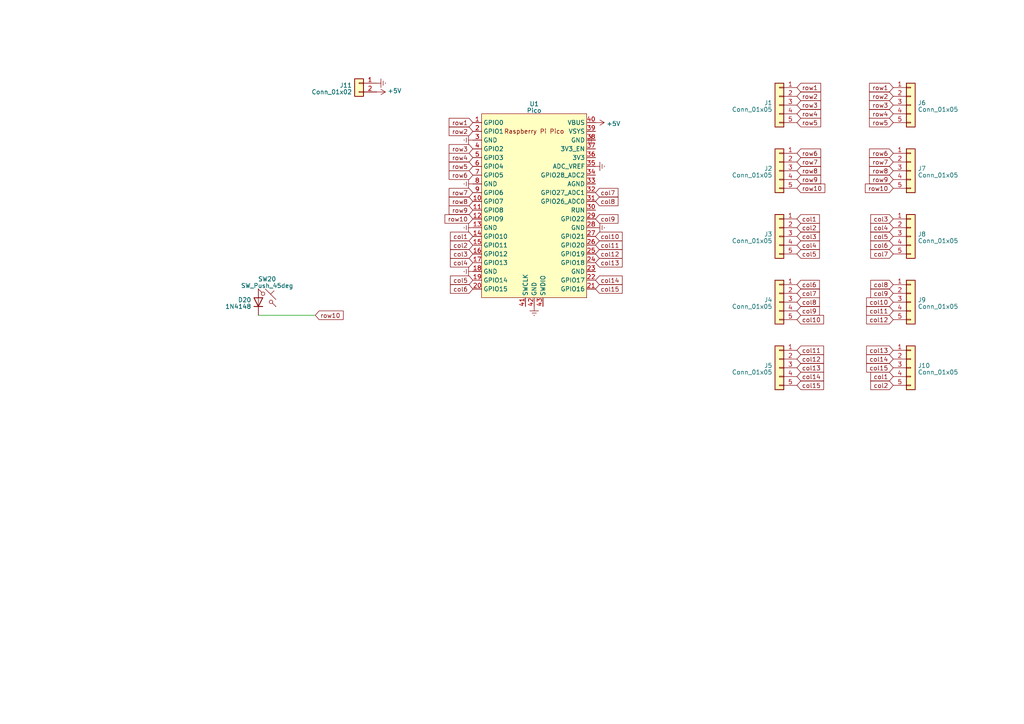
<source format=kicad_sch>
(kicad_sch (version 20230121) (generator eeschema)

  (uuid 2cbcc662-d391-4863-a462-6b638b245ad3)

  (paper "A4")

  (lib_symbols
    (symbol "Connector_Generic:Conn_01x02" (pin_names (offset 1.016) hide) (in_bom yes) (on_board yes)
      (property "Reference" "J" (at 0 2.54 0)
        (effects (font (size 1.27 1.27)))
      )
      (property "Value" "Conn_01x02" (at 0 -5.08 0)
        (effects (font (size 1.27 1.27)))
      )
      (property "Footprint" "" (at 0 0 0)
        (effects (font (size 1.27 1.27)) hide)
      )
      (property "Datasheet" "~" (at 0 0 0)
        (effects (font (size 1.27 1.27)) hide)
      )
      (property "ki_keywords" "connector" (at 0 0 0)
        (effects (font (size 1.27 1.27)) hide)
      )
      (property "ki_description" "Generic connector, single row, 01x02, script generated (kicad-library-utils/schlib/autogen/connector/)" (at 0 0 0)
        (effects (font (size 1.27 1.27)) hide)
      )
      (property "ki_fp_filters" "Connector*:*_1x??_*" (at 0 0 0)
        (effects (font (size 1.27 1.27)) hide)
      )
      (symbol "Conn_01x02_1_1"
        (rectangle (start -1.27 -2.413) (end 0 -2.667)
          (stroke (width 0.1524) (type default))
          (fill (type none))
        )
        (rectangle (start -1.27 0.127) (end 0 -0.127)
          (stroke (width 0.1524) (type default))
          (fill (type none))
        )
        (rectangle (start -1.27 1.27) (end 1.27 -3.81)
          (stroke (width 0.254) (type default))
          (fill (type background))
        )
        (pin passive line (at -5.08 0 0) (length 3.81)
          (name "Pin_1" (effects (font (size 1.27 1.27))))
          (number "1" (effects (font (size 1.27 1.27))))
        )
        (pin passive line (at -5.08 -2.54 0) (length 3.81)
          (name "Pin_2" (effects (font (size 1.27 1.27))))
          (number "2" (effects (font (size 1.27 1.27))))
        )
      )
    )
    (symbol "Connector_Generic:Conn_01x05" (pin_names (offset 1.016) hide) (in_bom yes) (on_board yes)
      (property "Reference" "J" (at 0 7.62 0)
        (effects (font (size 1.27 1.27)))
      )
      (property "Value" "Conn_01x05" (at 0 -7.62 0)
        (effects (font (size 1.27 1.27)))
      )
      (property "Footprint" "" (at 0 0 0)
        (effects (font (size 1.27 1.27)) hide)
      )
      (property "Datasheet" "~" (at 0 0 0)
        (effects (font (size 1.27 1.27)) hide)
      )
      (property "ki_keywords" "connector" (at 0 0 0)
        (effects (font (size 1.27 1.27)) hide)
      )
      (property "ki_description" "Generic connector, single row, 01x05, script generated (kicad-library-utils/schlib/autogen/connector/)" (at 0 0 0)
        (effects (font (size 1.27 1.27)) hide)
      )
      (property "ki_fp_filters" "Connector*:*_1x??_*" (at 0 0 0)
        (effects (font (size 1.27 1.27)) hide)
      )
      (symbol "Conn_01x05_1_1"
        (rectangle (start -1.27 -4.953) (end 0 -5.207)
          (stroke (width 0.1524) (type default))
          (fill (type none))
        )
        (rectangle (start -1.27 -2.413) (end 0 -2.667)
          (stroke (width 0.1524) (type default))
          (fill (type none))
        )
        (rectangle (start -1.27 0.127) (end 0 -0.127)
          (stroke (width 0.1524) (type default))
          (fill (type none))
        )
        (rectangle (start -1.27 2.667) (end 0 2.413)
          (stroke (width 0.1524) (type default))
          (fill (type none))
        )
        (rectangle (start -1.27 5.207) (end 0 4.953)
          (stroke (width 0.1524) (type default))
          (fill (type none))
        )
        (rectangle (start -1.27 6.35) (end 1.27 -6.35)
          (stroke (width 0.254) (type default))
          (fill (type background))
        )
        (pin passive line (at -5.08 5.08 0) (length 3.81)
          (name "Pin_1" (effects (font (size 1.27 1.27))))
          (number "1" (effects (font (size 1.27 1.27))))
        )
        (pin passive line (at -5.08 2.54 0) (length 3.81)
          (name "Pin_2" (effects (font (size 1.27 1.27))))
          (number "2" (effects (font (size 1.27 1.27))))
        )
        (pin passive line (at -5.08 0 0) (length 3.81)
          (name "Pin_3" (effects (font (size 1.27 1.27))))
          (number "3" (effects (font (size 1.27 1.27))))
        )
        (pin passive line (at -5.08 -2.54 0) (length 3.81)
          (name "Pin_4" (effects (font (size 1.27 1.27))))
          (number "4" (effects (font (size 1.27 1.27))))
        )
        (pin passive line (at -5.08 -5.08 0) (length 3.81)
          (name "Pin_5" (effects (font (size 1.27 1.27))))
          (number "5" (effects (font (size 1.27 1.27))))
        )
      )
    )
    (symbol "Diode:1N4148" (pin_numbers hide) (pin_names hide) (in_bom yes) (on_board yes)
      (property "Reference" "D" (at 0 2.54 0)
        (effects (font (size 1.27 1.27)))
      )
      (property "Value" "1N4148" (at 0 -2.54 0)
        (effects (font (size 1.27 1.27)))
      )
      (property "Footprint" "Diode_THT:D_DO-35_SOD27_P7.62mm_Horizontal" (at 0 0 0)
        (effects (font (size 1.27 1.27)) hide)
      )
      (property "Datasheet" "https://assets.nexperia.com/documents/data-sheet/1N4148_1N4448.pdf" (at 0 0 0)
        (effects (font (size 1.27 1.27)) hide)
      )
      (property "Sim.Device" "D" (at 0 0 0)
        (effects (font (size 1.27 1.27)) hide)
      )
      (property "Sim.Pins" "1=K 2=A" (at 0 0 0)
        (effects (font (size 1.27 1.27)) hide)
      )
      (property "ki_keywords" "diode" (at 0 0 0)
        (effects (font (size 1.27 1.27)) hide)
      )
      (property "ki_description" "100V 0.15A standard switching diode, DO-35" (at 0 0 0)
        (effects (font (size 1.27 1.27)) hide)
      )
      (property "ki_fp_filters" "D*DO?35*" (at 0 0 0)
        (effects (font (size 1.27 1.27)) hide)
      )
      (symbol "1N4148_0_1"
        (polyline
          (pts
            (xy -1.27 1.27)
            (xy -1.27 -1.27)
          )
          (stroke (width 0.254) (type default))
          (fill (type none))
        )
        (polyline
          (pts
            (xy 1.27 0)
            (xy -1.27 0)
          )
          (stroke (width 0) (type default))
          (fill (type none))
        )
        (polyline
          (pts
            (xy 1.27 1.27)
            (xy 1.27 -1.27)
            (xy -1.27 0)
            (xy 1.27 1.27)
          )
          (stroke (width 0.254) (type default))
          (fill (type none))
        )
      )
      (symbol "1N4148_1_1"
        (pin passive line (at -3.81 0 0) (length 2.54)
          (name "K" (effects (font (size 1.27 1.27))))
          (number "1" (effects (font (size 1.27 1.27))))
        )
        (pin passive line (at 3.81 0 180) (length 2.54)
          (name "A" (effects (font (size 1.27 1.27))))
          (number "2" (effects (font (size 1.27 1.27))))
        )
      )
    )
    (symbol "MCU_RaspberryPi_and_Boards:Pico" (in_bom yes) (on_board yes)
      (property "Reference" "U" (at -13.97 27.94 0)
        (effects (font (size 1.27 1.27)))
      )
      (property "Value" "Pico" (at 0 19.05 0)
        (effects (font (size 1.27 1.27)))
      )
      (property "Footprint" "RPi_Pico:RPi_Pico_SMD_TH" (at 0 0 90)
        (effects (font (size 1.27 1.27)) hide)
      )
      (property "Datasheet" "" (at 0 0 0)
        (effects (font (size 1.27 1.27)) hide)
      )
      (symbol "Pico_0_0"
        (text "Raspberry Pi Pico" (at 0 21.59 0)
          (effects (font (size 1.27 1.27)))
        )
      )
      (symbol "Pico_0_1"
        (rectangle (start -15.24 26.67) (end 15.24 -26.67)
          (stroke (width 0) (type default))
          (fill (type background))
        )
      )
      (symbol "Pico_1_1"
        (pin bidirectional line (at -17.78 24.13 0) (length 2.54)
          (name "GPIO0" (effects (font (size 1.27 1.27))))
          (number "1" (effects (font (size 1.27 1.27))))
        )
        (pin bidirectional line (at -17.78 1.27 0) (length 2.54)
          (name "GPIO7" (effects (font (size 1.27 1.27))))
          (number "10" (effects (font (size 1.27 1.27))))
        )
        (pin bidirectional line (at -17.78 -1.27 0) (length 2.54)
          (name "GPIO8" (effects (font (size 1.27 1.27))))
          (number "11" (effects (font (size 1.27 1.27))))
        )
        (pin bidirectional line (at -17.78 -3.81 0) (length 2.54)
          (name "GPIO9" (effects (font (size 1.27 1.27))))
          (number "12" (effects (font (size 1.27 1.27))))
        )
        (pin power_in line (at -17.78 -6.35 0) (length 2.54)
          (name "GND" (effects (font (size 1.27 1.27))))
          (number "13" (effects (font (size 1.27 1.27))))
        )
        (pin bidirectional line (at -17.78 -8.89 0) (length 2.54)
          (name "GPIO10" (effects (font (size 1.27 1.27))))
          (number "14" (effects (font (size 1.27 1.27))))
        )
        (pin bidirectional line (at -17.78 -11.43 0) (length 2.54)
          (name "GPIO11" (effects (font (size 1.27 1.27))))
          (number "15" (effects (font (size 1.27 1.27))))
        )
        (pin bidirectional line (at -17.78 -13.97 0) (length 2.54)
          (name "GPIO12" (effects (font (size 1.27 1.27))))
          (number "16" (effects (font (size 1.27 1.27))))
        )
        (pin bidirectional line (at -17.78 -16.51 0) (length 2.54)
          (name "GPIO13" (effects (font (size 1.27 1.27))))
          (number "17" (effects (font (size 1.27 1.27))))
        )
        (pin power_in line (at -17.78 -19.05 0) (length 2.54)
          (name "GND" (effects (font (size 1.27 1.27))))
          (number "18" (effects (font (size 1.27 1.27))))
        )
        (pin bidirectional line (at -17.78 -21.59 0) (length 2.54)
          (name "GPIO14" (effects (font (size 1.27 1.27))))
          (number "19" (effects (font (size 1.27 1.27))))
        )
        (pin bidirectional line (at -17.78 21.59 0) (length 2.54)
          (name "GPIO1" (effects (font (size 1.27 1.27))))
          (number "2" (effects (font (size 1.27 1.27))))
        )
        (pin bidirectional line (at -17.78 -24.13 0) (length 2.54)
          (name "GPIO15" (effects (font (size 1.27 1.27))))
          (number "20" (effects (font (size 1.27 1.27))))
        )
        (pin bidirectional line (at 17.78 -24.13 180) (length 2.54)
          (name "GPIO16" (effects (font (size 1.27 1.27))))
          (number "21" (effects (font (size 1.27 1.27))))
        )
        (pin bidirectional line (at 17.78 -21.59 180) (length 2.54)
          (name "GPIO17" (effects (font (size 1.27 1.27))))
          (number "22" (effects (font (size 1.27 1.27))))
        )
        (pin power_in line (at 17.78 -19.05 180) (length 2.54)
          (name "GND" (effects (font (size 1.27 1.27))))
          (number "23" (effects (font (size 1.27 1.27))))
        )
        (pin bidirectional line (at 17.78 -16.51 180) (length 2.54)
          (name "GPIO18" (effects (font (size 1.27 1.27))))
          (number "24" (effects (font (size 1.27 1.27))))
        )
        (pin bidirectional line (at 17.78 -13.97 180) (length 2.54)
          (name "GPIO19" (effects (font (size 1.27 1.27))))
          (number "25" (effects (font (size 1.27 1.27))))
        )
        (pin bidirectional line (at 17.78 -11.43 180) (length 2.54)
          (name "GPIO20" (effects (font (size 1.27 1.27))))
          (number "26" (effects (font (size 1.27 1.27))))
        )
        (pin bidirectional line (at 17.78 -8.89 180) (length 2.54)
          (name "GPIO21" (effects (font (size 1.27 1.27))))
          (number "27" (effects (font (size 1.27 1.27))))
        )
        (pin power_in line (at 17.78 -6.35 180) (length 2.54)
          (name "GND" (effects (font (size 1.27 1.27))))
          (number "28" (effects (font (size 1.27 1.27))))
        )
        (pin bidirectional line (at 17.78 -3.81 180) (length 2.54)
          (name "GPIO22" (effects (font (size 1.27 1.27))))
          (number "29" (effects (font (size 1.27 1.27))))
        )
        (pin power_in line (at -17.78 19.05 0) (length 2.54)
          (name "GND" (effects (font (size 1.27 1.27))))
          (number "3" (effects (font (size 1.27 1.27))))
        )
        (pin input line (at 17.78 -1.27 180) (length 2.54)
          (name "RUN" (effects (font (size 1.27 1.27))))
          (number "30" (effects (font (size 1.27 1.27))))
        )
        (pin bidirectional line (at 17.78 1.27 180) (length 2.54)
          (name "GPIO26_ADC0" (effects (font (size 1.27 1.27))))
          (number "31" (effects (font (size 1.27 1.27))))
        )
        (pin bidirectional line (at 17.78 3.81 180) (length 2.54)
          (name "GPIO27_ADC1" (effects (font (size 1.27 1.27))))
          (number "32" (effects (font (size 1.27 1.27))))
        )
        (pin power_in line (at 17.78 6.35 180) (length 2.54)
          (name "AGND" (effects (font (size 1.27 1.27))))
          (number "33" (effects (font (size 1.27 1.27))))
        )
        (pin bidirectional line (at 17.78 8.89 180) (length 2.54)
          (name "GPIO28_ADC2" (effects (font (size 1.27 1.27))))
          (number "34" (effects (font (size 1.27 1.27))))
        )
        (pin power_in line (at 17.78 11.43 180) (length 2.54)
          (name "ADC_VREF" (effects (font (size 1.27 1.27))))
          (number "35" (effects (font (size 1.27 1.27))))
        )
        (pin power_in line (at 17.78 13.97 180) (length 2.54)
          (name "3V3" (effects (font (size 1.27 1.27))))
          (number "36" (effects (font (size 1.27 1.27))))
        )
        (pin input line (at 17.78 16.51 180) (length 2.54)
          (name "3V3_EN" (effects (font (size 1.27 1.27))))
          (number "37" (effects (font (size 1.27 1.27))))
        )
        (pin bidirectional line (at 17.78 19.05 180) (length 2.54)
          (name "GND" (effects (font (size 1.27 1.27))))
          (number "38" (effects (font (size 1.27 1.27))))
        )
        (pin power_in line (at 17.78 21.59 180) (length 2.54)
          (name "VSYS" (effects (font (size 1.27 1.27))))
          (number "39" (effects (font (size 1.27 1.27))))
        )
        (pin bidirectional line (at -17.78 16.51 0) (length 2.54)
          (name "GPIO2" (effects (font (size 1.27 1.27))))
          (number "4" (effects (font (size 1.27 1.27))))
        )
        (pin power_in line (at 17.78 24.13 180) (length 2.54)
          (name "VBUS" (effects (font (size 1.27 1.27))))
          (number "40" (effects (font (size 1.27 1.27))))
        )
        (pin input line (at -2.54 -29.21 90) (length 2.54)
          (name "SWCLK" (effects (font (size 1.27 1.27))))
          (number "41" (effects (font (size 1.27 1.27))))
        )
        (pin power_in line (at 0 -29.21 90) (length 2.54)
          (name "GND" (effects (font (size 1.27 1.27))))
          (number "42" (effects (font (size 1.27 1.27))))
        )
        (pin bidirectional line (at 2.54 -29.21 90) (length 2.54)
          (name "SWDIO" (effects (font (size 1.27 1.27))))
          (number "43" (effects (font (size 1.27 1.27))))
        )
        (pin bidirectional line (at -17.78 13.97 0) (length 2.54)
          (name "GPIO3" (effects (font (size 1.27 1.27))))
          (number "5" (effects (font (size 1.27 1.27))))
        )
        (pin bidirectional line (at -17.78 11.43 0) (length 2.54)
          (name "GPIO4" (effects (font (size 1.27 1.27))))
          (number "6" (effects (font (size 1.27 1.27))))
        )
        (pin bidirectional line (at -17.78 8.89 0) (length 2.54)
          (name "GPIO5" (effects (font (size 1.27 1.27))))
          (number "7" (effects (font (size 1.27 1.27))))
        )
        (pin power_in line (at -17.78 6.35 0) (length 2.54)
          (name "GND" (effects (font (size 1.27 1.27))))
          (number "8" (effects (font (size 1.27 1.27))))
        )
        (pin bidirectional line (at -17.78 3.81 0) (length 2.54)
          (name "GPIO6" (effects (font (size 1.27 1.27))))
          (number "9" (effects (font (size 1.27 1.27))))
        )
      )
    )
    (symbol "Switch:SW_Push_45deg" (pin_numbers hide) (pin_names (offset 1.016) hide) (in_bom yes) (on_board yes)
      (property "Reference" "SW" (at 3.048 1.016 0)
        (effects (font (size 1.27 1.27)) (justify left))
      )
      (property "Value" "SW_Push_45deg" (at 0 -3.81 0)
        (effects (font (size 1.27 1.27)))
      )
      (property "Footprint" "" (at 0 0 0)
        (effects (font (size 1.27 1.27)) hide)
      )
      (property "Datasheet" "~" (at 0 0 0)
        (effects (font (size 1.27 1.27)) hide)
      )
      (property "ki_keywords" "switch normally-open pushbutton push-button" (at 0 0 0)
        (effects (font (size 1.27 1.27)) hide)
      )
      (property "ki_description" "Push button switch, normally open, two pins, 45° tilted" (at 0 0 0)
        (effects (font (size 1.27 1.27)) hide)
      )
      (symbol "SW_Push_45deg_0_1"
        (circle (center -1.1684 1.1684) (radius 0.508)
          (stroke (width 0) (type default))
          (fill (type none))
        )
        (polyline
          (pts
            (xy -0.508 2.54)
            (xy 2.54 -0.508)
          )
          (stroke (width 0) (type default))
          (fill (type none))
        )
        (polyline
          (pts
            (xy 1.016 1.016)
            (xy 2.032 2.032)
          )
          (stroke (width 0) (type default))
          (fill (type none))
        )
        (polyline
          (pts
            (xy -2.54 2.54)
            (xy -1.524 1.524)
            (xy -1.524 1.524)
          )
          (stroke (width 0) (type default))
          (fill (type none))
        )
        (polyline
          (pts
            (xy 1.524 -1.524)
            (xy 2.54 -2.54)
            (xy 2.54 -2.54)
            (xy 2.54 -2.54)
          )
          (stroke (width 0) (type default))
          (fill (type none))
        )
        (circle (center 1.143 -1.1938) (radius 0.508)
          (stroke (width 0) (type default))
          (fill (type none))
        )
        (pin passive line (at -2.54 2.54 0) (length 0)
          (name "1" (effects (font (size 1.27 1.27))))
          (number "1" (effects (font (size 1.27 1.27))))
        )
        (pin passive line (at 2.54 -2.54 180) (length 0)
          (name "2" (effects (font (size 1.27 1.27))))
          (number "2" (effects (font (size 1.27 1.27))))
        )
      )
    )
    (symbol "power:+5V" (power) (pin_names (offset 0)) (in_bom yes) (on_board yes)
      (property "Reference" "#PWR" (at 0 -3.81 0)
        (effects (font (size 1.27 1.27)) hide)
      )
      (property "Value" "+5V" (at 0 3.556 0)
        (effects (font (size 1.27 1.27)))
      )
      (property "Footprint" "" (at 0 0 0)
        (effects (font (size 1.27 1.27)) hide)
      )
      (property "Datasheet" "" (at 0 0 0)
        (effects (font (size 1.27 1.27)) hide)
      )
      (property "ki_keywords" "global power" (at 0 0 0)
        (effects (font (size 1.27 1.27)) hide)
      )
      (property "ki_description" "Power symbol creates a global label with name \"+5V\"" (at 0 0 0)
        (effects (font (size 1.27 1.27)) hide)
      )
      (symbol "+5V_0_1"
        (polyline
          (pts
            (xy -0.762 1.27)
            (xy 0 2.54)
          )
          (stroke (width 0) (type default))
          (fill (type none))
        )
        (polyline
          (pts
            (xy 0 0)
            (xy 0 2.54)
          )
          (stroke (width 0) (type default))
          (fill (type none))
        )
        (polyline
          (pts
            (xy 0 2.54)
            (xy 0.762 1.27)
          )
          (stroke (width 0) (type default))
          (fill (type none))
        )
      )
      (symbol "+5V_1_1"
        (pin power_in line (at 0 0 90) (length 0) hide
          (name "+5V" (effects (font (size 1.27 1.27))))
          (number "1" (effects (font (size 1.27 1.27))))
        )
      )
    )
    (symbol "power:Earth" (power) (pin_names (offset 0)) (in_bom yes) (on_board yes)
      (property "Reference" "#PWR" (at 0 -6.35 0)
        (effects (font (size 1.27 1.27)) hide)
      )
      (property "Value" "Earth" (at 0 -3.81 0)
        (effects (font (size 1.27 1.27)) hide)
      )
      (property "Footprint" "" (at 0 0 0)
        (effects (font (size 1.27 1.27)) hide)
      )
      (property "Datasheet" "~" (at 0 0 0)
        (effects (font (size 1.27 1.27)) hide)
      )
      (property "ki_keywords" "global ground gnd" (at 0 0 0)
        (effects (font (size 1.27 1.27)) hide)
      )
      (property "ki_description" "Power symbol creates a global label with name \"Earth\"" (at 0 0 0)
        (effects (font (size 1.27 1.27)) hide)
      )
      (symbol "Earth_0_1"
        (polyline
          (pts
            (xy -0.635 -1.905)
            (xy 0.635 -1.905)
          )
          (stroke (width 0) (type default))
          (fill (type none))
        )
        (polyline
          (pts
            (xy -0.127 -2.54)
            (xy 0.127 -2.54)
          )
          (stroke (width 0) (type default))
          (fill (type none))
        )
        (polyline
          (pts
            (xy 0 -1.27)
            (xy 0 0)
          )
          (stroke (width 0) (type default))
          (fill (type none))
        )
        (polyline
          (pts
            (xy 1.27 -1.27)
            (xy -1.27 -1.27)
          )
          (stroke (width 0) (type default))
          (fill (type none))
        )
      )
      (symbol "Earth_1_1"
        (pin power_in line (at 0 0 270) (length 0) hide
          (name "Earth" (effects (font (size 1.27 1.27))))
          (number "1" (effects (font (size 1.27 1.27))))
        )
      )
    )
  )

  (junction (at -116.84 95.25) (diameter 0) (color 0 0 0 0)
    (uuid 1bd00915-7c29-4585-94a5-430d3550f310)
  )
  (junction (at -116.84 107.95) (diameter 0) (color 0 0 0 0)
    (uuid 2858c4a5-a9eb-4dd1-99a2-e30649470f05)
  )
  (junction (at -184.15 107.95) (diameter 0) (color 0 0 0 0)
    (uuid 2a353ccf-a9b0-4d1c-b2ba-eedb54f35eaa)
  )
  (junction (at -100.33 76.2) (diameter 0) (color 0 0 0 0)
    (uuid 2c97430f-78a8-4504-bea0-612ce2495962)
  )
  (junction (at -220.98 107.95) (diameter 0) (color 0 0 0 0)
    (uuid 3c502b7a-af30-4b24-bbb6-e0a20678dcbb)
  )
  (junction (at -116.84 120.65) (diameter 0) (color 0 0 0 0)
    (uuid 7fb2d46c-b9a1-4b0c-a802-03586c87bb5e)
  )
  (junction (at -100.33 101.6) (diameter 0) (color 0 0 0 0)
    (uuid 841165b8-d6ec-41b6-99ab-0bcbd31764cb)
  )
  (junction (at -184.15 69.85) (diameter 0) (color 0 0 0 0)
    (uuid 8bd3eefb-f12b-4369-8142-c5cf2ede80b7)
  )
  (junction (at -116.84 69.85) (diameter 0) (color 0 0 0 0)
    (uuid 9173c1a6-1086-4485-b730-5d34abc50e40)
  )
  (junction (at -184.15 95.25) (diameter 0) (color 0 0 0 0)
    (uuid a033ef23-01c1-401e-91e6-27a8bc341bb8)
  )
  (junction (at -116.84 82.55) (diameter 0) (color 0 0 0 0)
    (uuid accad989-89de-4b8f-a7d0-8425fe39211c)
  )
  (junction (at -167.64 82.55) (diameter 0) (color 0 0 0 0)
    (uuid b769ed5b-5e26-4f0e-9146-48c490fb1129)
  )
  (junction (at -184.15 82.55) (diameter 0) (color 0 0 0 0)
    (uuid c7540dbf-c52e-4add-9625-3d9fac5b2f5c)
  )
  (junction (at -167.64 95.25) (diameter 0) (color 0 0 0 0)
    (uuid d1a88d50-6352-4a1a-bcab-0e141aff0e47)
  )
  (junction (at -167.64 69.85) (diameter 0) (color 0 0 0 0)
    (uuid f79212f7-52f3-4fc2-90d7-f8a0cd4e4d99)
  )

  (wire (pts (xy -207.01 85.09) (xy -189.23 85.09))
    (stroke (width 0) (type default))
    (uuid 0a6e0724-99e9-4357-8895-dbbe284f1c75)
  )
  (wire (pts (xy -184.15 57.15) (xy -184.15 69.85))
    (stroke (width 0) (type default))
    (uuid 0b72dd1e-b57e-4bd3-94af-6ddf1e302233)
  )
  (wire (pts (xy -184.15 95.25) (xy -184.15 107.95))
    (stroke (width 0) (type default))
    (uuid 1848c9fa-87f6-4c2f-9ddc-77a121b7122e)
  )
  (wire (pts (xy -207.01 72.39) (xy -189.23 72.39))
    (stroke (width 0) (type default))
    (uuid 18c4d148-3c10-43c6-91b8-15fd834f7af5)
  )
  (wire (pts (xy -184.15 69.85) (xy -184.15 82.55))
    (stroke (width 0) (type default))
    (uuid 197d0788-1789-4230-8fa3-12f3cc847fde)
  )
  (wire (pts (xy -105.41 78.74) (xy -88.9 78.74))
    (stroke (width 0) (type default))
    (uuid 296a4e40-5384-4be7-9ddb-6210f45b5fbf)
  )
  (wire (pts (xy -116.84 107.95) (xy -116.84 120.65))
    (stroke (width 0) (type default))
    (uuid 302f90b2-dc7c-49b6-af32-5c7b20b920e1)
  )
  (wire (pts (xy -165.1 120.65) (xy -116.84 120.65))
    (stroke (width 0) (type default))
    (uuid 34e66349-7316-4fed-82da-a3c879cc6458)
  )
  (wire (pts (xy 74.93 91.44) (xy 91.44 91.44))
    (stroke (width 0) (type default))
    (uuid 3d6498e9-9b68-4e11-b402-e601104a1880)
  )
  (wire (pts (xy -116.84 120.65) (xy -116.84 128.27))
    (stroke (width 0) (type default))
    (uuid 41127258-2afc-446e-989f-6bc1f5a89fb3)
  )
  (wire (pts (xy -100.33 101.6) (xy -100.33 128.27))
    (stroke (width 0) (type default))
    (uuid 4c3ee2f7-15fa-4db6-9b92-a30a0aa47e83)
  )
  (wire (pts (xy -167.64 82.55) (xy -167.64 95.25))
    (stroke (width 0) (type default))
    (uuid 6552e3fc-d174-4578-ac29-2b5b9a179224)
  )
  (wire (pts (xy -100.33 76.2) (xy -100.33 101.6))
    (stroke (width 0) (type default))
    (uuid 6a912ea1-9bba-4696-a13b-394b0c520714)
  )
  (wire (pts (xy -116.84 82.55) (xy -116.84 95.25))
    (stroke (width 0) (type default))
    (uuid 6c8706e0-2a29-4fd1-b17a-c0e3e094adfd)
  )
  (wire (pts (xy -167.64 57.15) (xy -167.64 69.85))
    (stroke (width 0) (type default))
    (uuid 775d1dc3-8a68-4bd1-9ab7-eef4f6ceee22)
  )
  (wire (pts (xy -167.64 69.85) (xy -167.64 82.55))
    (stroke (width 0) (type default))
    (uuid 7864c565-4429-4f33-9a6d-e62f1bca157e)
  )
  (wire (pts (xy -172.72 59.69) (xy -156.21 59.69))
    (stroke (width 0) (type default))
    (uuid 788630e0-2f34-4314-b0b0-012f45104a62)
  )
  (wire (pts (xy -220.98 95.25) (xy -220.98 107.95))
    (stroke (width 0) (type default))
    (uuid 79731b53-9ae2-487f-b4d0-95b5ce2b95ff)
  )
  (wire (pts (xy -189.23 97.79) (xy -205.74 97.79))
    (stroke (width 0) (type default))
    (uuid 7e2d1023-7129-4bcf-b489-5aed5359dfcf)
  )
  (wire (pts (xy -100.33 57.15) (xy -100.33 76.2))
    (stroke (width 0) (type default))
    (uuid 854849a9-9aaa-4b8b-8d1f-470f70f6988d)
  )
  (wire (pts (xy -139.7 59.69) (xy -121.92 59.69))
    (stroke (width 0) (type default))
    (uuid 8dca76c3-ba20-47d9-bb08-c99d367c6ad9)
  )
  (wire (pts (xy -116.84 95.25) (xy -116.84 107.95))
    (stroke (width 0) (type default))
    (uuid 8e0e62f9-9a3d-4a3b-a168-b2a2f064e9a4)
  )
  (wire (pts (xy -184.15 107.95) (xy -167.64 107.95))
    (stroke (width 0) (type default))
    (uuid 9078f9ac-725b-4618-b76f-d0c02577b599)
  )
  (wire (pts (xy -139.7 97.79) (xy -121.92 97.79))
    (stroke (width 0) (type default))
    (uuid 960a79b7-e99c-4dc1-b5fd-e18567e6255e)
  )
  (wire (pts (xy -243.84 110.49) (xy -226.06 110.49))
    (stroke (width 0) (type default))
    (uuid 96a07286-b875-424a-979c-df2a559eb315)
  )
  (wire (pts (xy -116.84 57.15) (xy -116.84 69.85))
    (stroke (width 0) (type default))
    (uuid a82ec344-8b94-4a1b-8b68-77708631edce)
  )
  (wire (pts (xy -139.7 85.09) (xy -121.92 85.09))
    (stroke (width 0) (type default))
    (uuid aa7d1960-e336-434d-ac07-9ca8b1b97b6a)
  )
  (wire (pts (xy -116.84 69.85) (xy -116.84 82.55))
    (stroke (width 0) (type default))
    (uuid ab75528f-e86b-45d2-aa00-1b16b58f805d)
  )
  (wire (pts (xy -167.64 107.95) (xy -167.64 95.25))
    (stroke (width 0) (type default))
    (uuid abc6a76a-9688-43ce-90cf-f4ce5f6b38d2)
  )
  (wire (pts (xy -105.41 104.14) (xy -88.9 104.14))
    (stroke (width 0) (type default))
    (uuid ac8968fa-ead2-48c5-9774-db03d2dc098d)
  )
  (wire (pts (xy -184.15 82.55) (xy -184.15 95.25))
    (stroke (width 0) (type default))
    (uuid b7db91b4-d819-4298-aa96-bb31f5b439fb)
  )
  (wire (pts (xy -243.84 97.79) (xy -226.06 97.79))
    (stroke (width 0) (type default))
    (uuid c468ea5a-13ff-4cac-9ae6-f4bab0b0adbe)
  )
  (wire (pts (xy -172.72 85.09) (xy -156.21 85.09))
    (stroke (width 0) (type default))
    (uuid cd83d5e7-74b7-4936-9b91-424a52c8cb13)
  )
  (wire (pts (xy -116.84 128.27) (xy -100.33 128.27))
    (stroke (width 0) (type default))
    (uuid d3c0208f-5a66-4ffe-82c0-918bd1b101a3)
  )
  (wire (pts (xy -207.01 59.69) (xy -189.23 59.69))
    (stroke (width 0) (type default))
    (uuid e56b6237-7e15-43dd-88ed-3522ff8cb5d1)
  )
  (wire (pts (xy -105.41 59.69) (xy -88.9 59.69))
    (stroke (width 0) (type default))
    (uuid e8c2fdd4-809a-4365-9917-3c7600801a64)
  )
  (wire (pts (xy -121.92 110.49) (xy -138.43 110.49))
    (stroke (width 0) (type default))
    (uuid eeb6287e-0176-4b2c-983a-4d4091fccae5)
  )
  (wire (pts (xy -139.7 72.39) (xy -121.92 72.39))
    (stroke (width 0) (type default))
    (uuid eed6924d-585d-47a9-b086-a129e79cee47)
  )
  (wire (pts (xy -172.72 97.79) (xy -156.21 97.79))
    (stroke (width 0) (type default))
    (uuid f7214ca2-51df-4eda-9548-5f2f6f49b5d8)
  )
  (wire (pts (xy -187.96 123.19) (xy -170.18 123.19))
    (stroke (width 0) (type default))
    (uuid f7f2756a-3826-4eef-b7b2-1ead675475f2)
  )
  (wire (pts (xy -172.72 72.39) (xy -156.21 72.39))
    (stroke (width 0) (type default))
    (uuid fa9bcf70-660d-47f7-9a9a-a0c1d9019c63)
  )
  (wire (pts (xy -220.98 107.95) (xy -184.15 107.95))
    (stroke (width 0) (type default))
    (uuid ff067a7d-50bd-4d09-8487-1b5028f9b77f)
  )

  (global_label "col6" (shape input) (at 137.16 83.82 180) (fields_autoplaced)
    (effects (font (size 1.27 1.27)) (justify right))
    (uuid 00a39a73-47c4-4797-a938-061feb9f1143)
    (property "Intersheetrefs" "${INTERSHEET_REFS}" (at 130.1419 83.82 0)
      (effects (font (size 1.27 1.27)) (justify right) hide)
    )
  )
  (global_label "col12" (shape input) (at 259.08 92.71 180) (fields_autoplaced)
    (effects (font (size 1.27 1.27)) (justify right))
    (uuid 011641f2-4176-468a-9b24-9ba0a401c9fa)
    (property "Intersheetrefs" "${INTERSHEET_REFS}" (at 250.8524 92.71 0)
      (effects (font (size 1.27 1.27)) (justify right) hide)
    )
  )
  (global_label "row9" (shape input) (at 137.16 60.96 180) (fields_autoplaced)
    (effects (font (size 1.27 1.27)) (justify right))
    (uuid 013b6b80-d698-4fbe-8f31-8718917173dc)
    (property "Intersheetrefs" "${INTERSHEET_REFS}" (at 129.779 60.96 0)
      (effects (font (size 1.27 1.27)) (justify right) hide)
    )
  )
  (global_label "row2" (shape input) (at -88.9 59.69 0) (fields_autoplaced)
    (effects (font (size 1.27 1.27)) (justify left))
    (uuid 0260280a-bf46-4830-bc14-b8b2d6dd6817)
    (property "Intersheetrefs" "${INTERSHEET_REFS}" (at -81.519 59.69 0)
      (effects (font (size 1.27 1.27)) (justify left) hide)
    )
  )
  (global_label "col8" (shape input) (at 231.14 87.63 0) (fields_autoplaced)
    (effects (font (size 1.27 1.27)) (justify left))
    (uuid 02da8511-abb5-4b85-a30b-45a8d807730a)
    (property "Intersheetrefs" "${INTERSHEET_REFS}" (at 238.1581 87.63 0)
      (effects (font (size 1.27 1.27)) (justify left) hide)
    )
  )
  (global_label "row3" (shape input) (at -207.01 72.39 180) (fields_autoplaced)
    (effects (font (size 1.27 1.27)) (justify right))
    (uuid 099966ff-36d3-4595-864f-12961d6d1373)
    (property "Intersheetrefs" "${INTERSHEET_REFS}" (at -214.391 72.39 0)
      (effects (font (size 1.27 1.27)) (justify right) hide)
    )
  )
  (global_label "row2" (shape input) (at 231.14 27.94 0) (fields_autoplaced)
    (effects (font (size 1.27 1.27)) (justify left))
    (uuid 09dd3aac-de22-4537-91dd-13f0a16f6781)
    (property "Intersheetrefs" "${INTERSHEET_REFS}" (at 238.521 27.94 0)
      (effects (font (size 1.27 1.27)) (justify left) hide)
    )
  )
  (global_label "row5" (shape input) (at 231.14 35.56 0) (fields_autoplaced)
    (effects (font (size 1.27 1.27)) (justify left))
    (uuid 09f6dec0-22e0-4891-94c1-27ef8424464b)
    (property "Intersheetrefs" "${INTERSHEET_REFS}" (at 238.521 35.56 0)
      (effects (font (size 1.27 1.27)) (justify left) hide)
    )
  )
  (global_label "row6" (shape input) (at 259.08 44.45 180) (fields_autoplaced)
    (effects (font (size 1.27 1.27)) (justify right))
    (uuid 0be58ba4-24bc-4da1-9f67-b05977f3d5e5)
    (property "Intersheetrefs" "${INTERSHEET_REFS}" (at 251.699 44.45 0)
      (effects (font (size 1.27 1.27)) (justify right) hide)
    )
  )
  (global_label "col15" (shape input) (at 231.14 111.76 0) (fields_autoplaced)
    (effects (font (size 1.27 1.27)) (justify left))
    (uuid 0c0d11e4-4387-4a18-94c8-ae65a115431d)
    (property "Intersheetrefs" "${INTERSHEET_REFS}" (at 239.3676 111.76 0)
      (effects (font (size 1.27 1.27)) (justify left) hide)
    )
  )
  (global_label "row10" (shape input) (at 91.44 91.44 0) (fields_autoplaced)
    (effects (font (size 1.27 1.27)) (justify left))
    (uuid 0f98aeec-1b83-4078-b4a8-fea0854c3e2e)
    (property "Intersheetrefs" "${INTERSHEET_REFS}" (at 100.0305 91.44 0)
      (effects (font (size 1.27 1.27)) (justify left) hide)
    )
  )
  (global_label "row3" (shape input) (at 137.16 43.18 180) (fields_autoplaced)
    (effects (font (size 1.27 1.27)) (justify right))
    (uuid 12bbce91-bb9e-4830-807d-4f36a12cff97)
    (property "Intersheetrefs" "${INTERSHEET_REFS}" (at 129.779 43.18 0)
      (effects (font (size 1.27 1.27)) (justify right) hide)
    )
  )
  (global_label "col13" (shape input) (at 259.08 101.6 180) (fields_autoplaced)
    (effects (font (size 1.27 1.27)) (justify right))
    (uuid 17a008e1-052f-4b50-ba23-63ff89721998)
    (property "Intersheetrefs" "${INTERSHEET_REFS}" (at 250.8524 101.6 0)
      (effects (font (size 1.27 1.27)) (justify right) hide)
    )
  )
  (global_label "row10" (shape input) (at 137.16 63.5 180) (fields_autoplaced)
    (effects (font (size 1.27 1.27)) (justify right))
    (uuid 1c0b9787-c4fb-4d0c-b1fc-2a9397e4d930)
    (property "Intersheetrefs" "${INTERSHEET_REFS}" (at 128.5695 63.5 0)
      (effects (font (size 1.27 1.27)) (justify right) hide)
    )
  )
  (global_label "row2" (shape input) (at 137.16 38.1 180) (fields_autoplaced)
    (effects (font (size 1.27 1.27)) (justify right))
    (uuid 1c9e15fb-891a-43ff-a659-dc30529d4f43)
    (property "Intersheetrefs" "${INTERSHEET_REFS}" (at 129.779 38.1 0)
      (effects (font (size 1.27 1.27)) (justify right) hide)
    )
  )
  (global_label "col10" (shape input) (at 172.72 68.58 0) (fields_autoplaced)
    (effects (font (size 1.27 1.27)) (justify left))
    (uuid 27950ffb-6586-4174-9b25-37dde6d45f11)
    (property "Intersheetrefs" "${INTERSHEET_REFS}" (at 180.9476 68.58 0)
      (effects (font (size 1.27 1.27)) (justify left) hide)
    )
  )
  (global_label "row3" (shape input) (at 231.14 30.48 0) (fields_autoplaced)
    (effects (font (size 1.27 1.27)) (justify left))
    (uuid 27fb36ba-78cd-4aff-9a1f-c9ccfa3ce41e)
    (property "Intersheetrefs" "${INTERSHEET_REFS}" (at 238.521 30.48 0)
      (effects (font (size 1.27 1.27)) (justify left) hide)
    )
  )
  (global_label "col10" (shape input) (at 259.08 87.63 180) (fields_autoplaced)
    (effects (font (size 1.27 1.27)) (justify right))
    (uuid 29c73a94-266d-46fc-8e6c-dfafaf843e0f)
    (property "Intersheetrefs" "${INTERSHEET_REFS}" (at 250.8524 87.63 0)
      (effects (font (size 1.27 1.27)) (justify right) hide)
    )
  )
  (global_label "col7" (shape input) (at 172.72 55.88 0) (fields_autoplaced)
    (effects (font (size 1.27 1.27)) (justify left))
    (uuid 2c4bd68e-a1b4-4adb-a1c7-2983a139c701)
    (property "Intersheetrefs" "${INTERSHEET_REFS}" (at 179.7381 55.88 0)
      (effects (font (size 1.27 1.27)) (justify left) hide)
    )
  )
  (global_label "row3" (shape input) (at 259.08 30.48 180) (fields_autoplaced)
    (effects (font (size 1.27 1.27)) (justify right))
    (uuid 302bffe1-f9e8-4988-9ba8-8259c7423a51)
    (property "Intersheetrefs" "${INTERSHEET_REFS}" (at 251.699 30.48 0)
      (effects (font (size 1.27 1.27)) (justify right) hide)
    )
  )
  (global_label "col12" (shape input) (at 172.72 73.66 0) (fields_autoplaced)
    (effects (font (size 1.27 1.27)) (justify left))
    (uuid 31a3e97f-ab00-4a90-8777-a948a2422691)
    (property "Intersheetrefs" "${INTERSHEET_REFS}" (at 180.9476 73.66 0)
      (effects (font (size 1.27 1.27)) (justify left) hide)
    )
  )
  (global_label "col4" (shape input) (at 231.14 71.12 0) (fields_autoplaced)
    (effects (font (size 1.27 1.27)) (justify left))
    (uuid 31c36e3f-ae4b-4090-8993-a4ee0fb9ce9e)
    (property "Intersheetrefs" "${INTERSHEET_REFS}" (at 238.1581 71.12 0)
      (effects (font (size 1.27 1.27)) (justify left) hide)
    )
  )
  (global_label "row4" (shape input) (at -88.9 78.74 0) (fields_autoplaced)
    (effects (font (size 1.27 1.27)) (justify left))
    (uuid 3413acfd-c169-4302-9143-db0039dd5b33)
    (property "Intersheetrefs" "${INTERSHEET_REFS}" (at -81.519 78.74 0)
      (effects (font (size 1.27 1.27)) (justify left) hide)
    )
  )
  (global_label "row8" (shape input) (at 137.16 58.42 180) (fields_autoplaced)
    (effects (font (size 1.27 1.27)) (justify right))
    (uuid 35e080c8-0aab-45b4-bf8e-0985c1fbeacb)
    (property "Intersheetrefs" "${INTERSHEET_REFS}" (at 129.779 58.42 0)
      (effects (font (size 1.27 1.27)) (justify right) hide)
    )
  )
  (global_label "col3" (shape input) (at 231.14 68.58 0) (fields_autoplaced)
    (effects (font (size 1.27 1.27)) (justify left))
    (uuid 36a90bab-9519-4c1c-917f-874f4f963dab)
    (property "Intersheetrefs" "${INTERSHEET_REFS}" (at 238.1581 68.58 0)
      (effects (font (size 1.27 1.27)) (justify left) hide)
    )
  )
  (global_label "row6" (shape input) (at -156.21 85.09 0) (fields_autoplaced)
    (effects (font (size 1.27 1.27)) (justify left))
    (uuid 375f7cc9-79cd-45c9-be7a-5f2d49af8bd6)
    (property "Intersheetrefs" "${INTERSHEET_REFS}" (at -148.829 85.09 0)
      (effects (font (size 1.27 1.27)) (justify left) hide)
    )
  )
  (global_label "row1" (shape input) (at -207.01 59.69 180) (fields_autoplaced)
    (effects (font (size 1.27 1.27)) (justify right))
    (uuid 38872eb5-06c6-4e45-807a-b6d13a50ff9e)
    (property "Intersheetrefs" "${INTERSHEET_REFS}" (at -214.391 59.69 0)
      (effects (font (size 1.27 1.27)) (justify right) hide)
    )
  )
  (global_label "row10" (shape input) (at 259.08 54.61 180) (fields_autoplaced)
    (effects (font (size 1.27 1.27)) (justify right))
    (uuid 43cb3991-a974-4443-b323-3190f2c8a784)
    (property "Intersheetrefs" "${INTERSHEET_REFS}" (at 250.4895 54.61 0)
      (effects (font (size 1.27 1.27)) (justify right) hide)
    )
  )
  (global_label "row8" (shape input) (at 231.14 49.53 0) (fields_autoplaced)
    (effects (font (size 1.27 1.27)) (justify left))
    (uuid 44c06464-89c7-4ee3-ae49-121072dde145)
    (property "Intersheetrefs" "${INTERSHEET_REFS}" (at 238.521 49.53 0)
      (effects (font (size 1.27 1.27)) (justify left) hide)
    )
  )
  (global_label "row9" (shape input) (at -243.84 97.79 180) (fields_autoplaced)
    (effects (font (size 1.27 1.27)) (justify right))
    (uuid 4a3576b6-156b-41b5-9d60-727d391bda7d)
    (property "Intersheetrefs" "${INTERSHEET_REFS}" (at -251.221 97.79 0)
      (effects (font (size 1.27 1.27)) (justify right) hide)
    )
  )
  (global_label "row4" (shape input) (at 231.14 33.02 0) (fields_autoplaced)
    (effects (font (size 1.27 1.27)) (justify left))
    (uuid 4c710840-71c9-4bf2-a406-54599474e5cf)
    (property "Intersheetrefs" "${INTERSHEET_REFS}" (at 238.521 33.02 0)
      (effects (font (size 1.27 1.27)) (justify left) hide)
    )
  )
  (global_label "col14" (shape input) (at 172.72 81.28 0) (fields_autoplaced)
    (effects (font (size 1.27 1.27)) (justify left))
    (uuid 509356f3-1ae7-4afa-9dc1-b13e666922ff)
    (property "Intersheetrefs" "${INTERSHEET_REFS}" (at 180.9476 81.28 0)
      (effects (font (size 1.27 1.27)) (justify left) hide)
    )
  )
  (global_label "col14" (shape input) (at 259.08 104.14 180) (fields_autoplaced)
    (effects (font (size 1.27 1.27)) (justify right))
    (uuid 535c1723-45b1-409e-901c-24b1417b42ba)
    (property "Intersheetrefs" "${INTERSHEET_REFS}" (at 250.8524 104.14 0)
      (effects (font (size 1.27 1.27)) (justify right) hide)
    )
  )
  (global_label "col15" (shape input) (at 259.08 106.68 180) (fields_autoplaced)
    (effects (font (size 1.27 1.27)) (justify right))
    (uuid 5499caac-0f58-4a81-b201-09d72e1b6733)
    (property "Intersheetrefs" "${INTERSHEET_REFS}" (at 250.8524 106.68 0)
      (effects (font (size 1.27 1.27)) (justify right) hide)
    )
  )
  (global_label "row4" (shape input) (at -156.21 72.39 0) (fields_autoplaced)
    (effects (font (size 1.27 1.27)) (justify left))
    (uuid 58fe6418-8667-4a27-b518-18fb1fb4fcfb)
    (property "Intersheetrefs" "${INTERSHEET_REFS}" (at -148.829 72.39 0)
      (effects (font (size 1.27 1.27)) (justify left) hide)
    )
  )
  (global_label "row6" (shape input) (at -88.9 104.14 0) (fields_autoplaced)
    (effects (font (size 1.27 1.27)) (justify left))
    (uuid 59758f25-9f9e-4e35-86fd-76abab2657d3)
    (property "Intersheetrefs" "${INTERSHEET_REFS}" (at -81.519 104.14 0)
      (effects (font (size 1.27 1.27)) (justify left) hide)
    )
  )
  (global_label "col6" (shape input) (at 259.08 71.12 180) (fields_autoplaced)
    (effects (font (size 1.27 1.27)) (justify right))
    (uuid 5b1888b9-e591-4d69-82d8-fea44b44d857)
    (property "Intersheetrefs" "${INTERSHEET_REFS}" (at 252.0619 71.12 0)
      (effects (font (size 1.27 1.27)) (justify right) hide)
    )
  )
  (global_label "col2" (shape input) (at 259.08 111.76 180) (fields_autoplaced)
    (effects (font (size 1.27 1.27)) (justify right))
    (uuid 62ea4734-a32d-43c5-be14-7f805bf691d6)
    (property "Intersheetrefs" "${INTERSHEET_REFS}" (at 252.0619 111.76 0)
      (effects (font (size 1.27 1.27)) (justify right) hide)
    )
  )
  (global_label "row7" (shape input) (at -139.7 97.79 180) (fields_autoplaced)
    (effects (font (size 1.27 1.27)) (justify right))
    (uuid 6576568a-3b0a-4d1e-abaf-9dbdba770a37)
    (property "Intersheetrefs" "${INTERSHEET_REFS}" (at -147.081 97.79 0)
      (effects (font (size 1.27 1.27)) (justify right) hide)
    )
  )
  (global_label "col9" (shape input) (at 231.14 90.17 0) (fields_autoplaced)
    (effects (font (size 1.27 1.27)) (justify left))
    (uuid 67bd4860-1f0d-4815-ac69-4afdefd2febf)
    (property "Intersheetrefs" "${INTERSHEET_REFS}" (at 238.1581 90.17 0)
      (effects (font (size 1.27 1.27)) (justify left) hide)
    )
  )
  (global_label "row6" (shape input) (at 231.14 44.45 0) (fields_autoplaced)
    (effects (font (size 1.27 1.27)) (justify left))
    (uuid 696522a6-6781-4bc3-9a8a-9ab6ef4bfc41)
    (property "Intersheetrefs" "${INTERSHEET_REFS}" (at 238.521 44.45 0)
      (effects (font (size 1.27 1.27)) (justify left) hide)
    )
  )
  (global_label "row5" (shape input) (at -139.7 85.09 180) (fields_autoplaced)
    (effects (font (size 1.27 1.27)) (justify right))
    (uuid 698ffbc0-b795-4a25-879b-a7aeb3194ff7)
    (property "Intersheetrefs" "${INTERSHEET_REFS}" (at -147.081 85.09 0)
      (effects (font (size 1.27 1.27)) (justify right) hide)
    )
  )
  (global_label "col5" (shape input) (at 231.14 73.66 0) (fields_autoplaced)
    (effects (font (size 1.27 1.27)) (justify left))
    (uuid 6a9acfdf-9fa4-45e4-b1ae-3ddb7c874675)
    (property "Intersheetrefs" "${INTERSHEET_REFS}" (at 238.1581 73.66 0)
      (effects (font (size 1.27 1.27)) (justify left) hide)
    )
  )
  (global_label "row1" (shape input) (at 231.14 25.4 0) (fields_autoplaced)
    (effects (font (size 1.27 1.27)) (justify left))
    (uuid 6aa9af97-1b1a-4f13-93d6-14f9bc425522)
    (property "Intersheetrefs" "${INTERSHEET_REFS}" (at 238.521 25.4 0)
      (effects (font (size 1.27 1.27)) (justify left) hide)
    )
  )
  (global_label "col12" (shape input) (at 231.14 104.14 0) (fields_autoplaced)
    (effects (font (size 1.27 1.27)) (justify left))
    (uuid 6bf8a697-a6cd-4d25-869c-7e7e784a370a)
    (property "Intersheetrefs" "${INTERSHEET_REFS}" (at 239.3676 104.14 0)
      (effects (font (size 1.27 1.27)) (justify left) hide)
    )
  )
  (global_label "row5" (shape input) (at 259.08 35.56 180) (fields_autoplaced)
    (effects (font (size 1.27 1.27)) (justify right))
    (uuid 701d54ed-cae6-4d11-8b6a-6bd4627d48d1)
    (property "Intersheetrefs" "${INTERSHEET_REFS}" (at 251.699 35.56 0)
      (effects (font (size 1.27 1.27)) (justify right) hide)
    )
  )
  (global_label "row1" (shape input) (at 137.16 35.56 180) (fields_autoplaced)
    (effects (font (size 1.27 1.27)) (justify right))
    (uuid 72766394-c042-4521-ba71-6bb68ad1cfba)
    (property "Intersheetrefs" "${INTERSHEET_REFS}" (at 129.779 35.56 0)
      (effects (font (size 1.27 1.27)) (justify right) hide)
    )
  )
  (global_label "col15" (shape input) (at 172.72 83.82 0) (fields_autoplaced)
    (effects (font (size 1.27 1.27)) (justify left))
    (uuid 74948f4a-14df-4ac5-8bc6-fb62afc54ad8)
    (property "Intersheetrefs" "${INTERSHEET_REFS}" (at 180.9476 83.82 0)
      (effects (font (size 1.27 1.27)) (justify left) hide)
    )
  )
  (global_label "col11" (shape input) (at 259.08 90.17 180) (fields_autoplaced)
    (effects (font (size 1.27 1.27)) (justify right))
    (uuid 7689ee0f-aa6b-45c0-b6a0-2436538fef34)
    (property "Intersheetrefs" "${INTERSHEET_REFS}" (at 250.8524 90.17 0)
      (effects (font (size 1.27 1.27)) (justify right) hide)
    )
  )
  (global_label "col5" (shape input) (at 259.08 68.58 180) (fields_autoplaced)
    (effects (font (size 1.27 1.27)) (justify right))
    (uuid 79ce9f97-cac0-4e89-9e03-046975d6e816)
    (property "Intersheetrefs" "${INTERSHEET_REFS}" (at 252.0619 68.58 0)
      (effects (font (size 1.27 1.27)) (justify right) hide)
    )
  )
  (global_label "col4" (shape input) (at 259.08 66.04 180) (fields_autoplaced)
    (effects (font (size 1.27 1.27)) (justify right))
    (uuid 7c27fc2f-e9b7-43a9-ac8c-1531b531520b)
    (property "Intersheetrefs" "${INTERSHEET_REFS}" (at 252.0619 66.04 0)
      (effects (font (size 1.27 1.27)) (justify right) hide)
    )
  )
  (global_label "row10" (shape input) (at -243.84 110.49 180) (fields_autoplaced)
    (effects (font (size 1.27 1.27)) (justify right))
    (uuid 7cea8927-4d0c-4351-8cfe-89b2320b3dd7)
    (property "Intersheetrefs" "${INTERSHEET_REFS}" (at -252.4305 110.49 0)
      (effects (font (size 1.27 1.27)) (justify right) hide)
    )
  )
  (global_label "col2" (shape input) (at 231.14 66.04 0) (fields_autoplaced)
    (effects (font (size 1.27 1.27)) (justify left))
    (uuid 7db34bd1-6eba-4d01-8852-90cd8ba41c57)
    (property "Intersheetrefs" "${INTERSHEET_REFS}" (at 238.1581 66.04 0)
      (effects (font (size 1.27 1.27)) (justify left) hide)
    )
  )
  (global_label "col6" (shape input) (at 231.14 82.55 0) (fields_autoplaced)
    (effects (font (size 1.27 1.27)) (justify left))
    (uuid 7fa17348-9c83-4577-8b68-aa0982fc0608)
    (property "Intersheetrefs" "${INTERSHEET_REFS}" (at 238.1581 82.55 0)
      (effects (font (size 1.27 1.27)) (justify left) hide)
    )
  )
  (global_label "row8" (shape input) (at -138.43 110.49 180) (fields_autoplaced)
    (effects (font (size 1.27 1.27)) (justify right))
    (uuid 9056d989-669b-431b-97c2-728dd9583681)
    (property "Intersheetrefs" "${INTERSHEET_REFS}" (at -145.811 110.49 0)
      (effects (font (size 1.27 1.27)) (justify right) hide)
    )
  )
  (global_label "col9" (shape input) (at 259.08 85.09 180) (fields_autoplaced)
    (effects (font (size 1.27 1.27)) (justify right))
    (uuid 9176e0dc-8ff2-46a4-9783-3439f07e9b26)
    (property "Intersheetrefs" "${INTERSHEET_REFS}" (at 252.0619 85.09 0)
      (effects (font (size 1.27 1.27)) (justify right) hide)
    )
  )
  (global_label "col11" (shape input) (at 172.72 71.12 0) (fields_autoplaced)
    (effects (font (size 1.27 1.27)) (justify left))
    (uuid 91d0d16e-50eb-4de9-a40f-e7babe2dc863)
    (property "Intersheetrefs" "${INTERSHEET_REFS}" (at 180.9476 71.12 0)
      (effects (font (size 1.27 1.27)) (justify left) hide)
    )
  )
  (global_label "row3" (shape input) (at -139.7 72.39 180) (fields_autoplaced)
    (effects (font (size 1.27 1.27)) (justify right))
    (uuid 9227bf23-31dd-4c92-b7ef-970d0cf8563f)
    (property "Intersheetrefs" "${INTERSHEET_REFS}" (at -147.081 72.39 0)
      (effects (font (size 1.27 1.27)) (justify right) hide)
    )
  )
  (global_label "col7" (shape input) (at 259.08 73.66 180) (fields_autoplaced)
    (effects (font (size 1.27 1.27)) (justify right))
    (uuid 93128e17-ff0b-4fae-84aa-dc86bc877996)
    (property "Intersheetrefs" "${INTERSHEET_REFS}" (at 252.0619 73.66 0)
      (effects (font (size 1.27 1.27)) (justify right) hide)
    )
  )
  (global_label "row9" (shape input) (at -187.96 123.19 180) (fields_autoplaced)
    (effects (font (size 1.27 1.27)) (justify right))
    (uuid 9652670a-34b7-44bb-8230-96964a00ea88)
    (property "Intersheetrefs" "${INTERSHEET_REFS}" (at -195.341 123.19 0)
      (effects (font (size 1.27 1.27)) (justify right) hide)
    )
  )
  (global_label "col13" (shape input) (at 231.14 106.68 0) (fields_autoplaced)
    (effects (font (size 1.27 1.27)) (justify left))
    (uuid 97b6037f-f879-4727-b6e6-f7f6403bd4fb)
    (property "Intersheetrefs" "${INTERSHEET_REFS}" (at 239.3676 106.68 0)
      (effects (font (size 1.27 1.27)) (justify left) hide)
    )
  )
  (global_label "row7" (shape input) (at 259.08 46.99 180) (fields_autoplaced)
    (effects (font (size 1.27 1.27)) (justify right))
    (uuid 997bcdbf-6e62-4ec8-a0a0-3002bc2b3bf3)
    (property "Intersheetrefs" "${INTERSHEET_REFS}" (at 251.699 46.99 0)
      (effects (font (size 1.27 1.27)) (justify right) hide)
    )
  )
  (global_label "col13" (shape input) (at 172.72 76.2 0) (fields_autoplaced)
    (effects (font (size 1.27 1.27)) (justify left))
    (uuid a04c4a4c-cdd4-4d33-b9c1-4a03f5524e90)
    (property "Intersheetrefs" "${INTERSHEET_REFS}" (at 180.9476 76.2 0)
      (effects (font (size 1.27 1.27)) (justify left) hide)
    )
  )
  (global_label "row5" (shape input) (at -207.01 85.09 180) (fields_autoplaced)
    (effects (font (size 1.27 1.27)) (justify right))
    (uuid a7e3d40a-ad4f-400c-9c89-2d47cb2759d5)
    (property "Intersheetrefs" "${INTERSHEET_REFS}" (at -214.391 85.09 0)
      (effects (font (size 1.27 1.27)) (justify right) hide)
    )
  )
  (global_label "row1" (shape input) (at -139.7 59.69 180) (fields_autoplaced)
    (effects (font (size 1.27 1.27)) (justify right))
    (uuid a9b67c3d-24f4-482c-94a9-43a4e9392f21)
    (property "Intersheetrefs" "${INTERSHEET_REFS}" (at -147.081 59.69 0)
      (effects (font (size 1.27 1.27)) (justify right) hide)
    )
  )
  (global_label "row5" (shape input) (at 137.16 48.26 180) (fields_autoplaced)
    (effects (font (size 1.27 1.27)) (justify right))
    (uuid aa3223d6-8cf5-4ab2-ab49-a6f2207c0ce4)
    (property "Intersheetrefs" "${INTERSHEET_REFS}" (at 129.779 48.26 0)
      (effects (font (size 1.27 1.27)) (justify right) hide)
    )
  )
  (global_label "col2" (shape input) (at 137.16 71.12 180) (fields_autoplaced)
    (effects (font (size 1.27 1.27)) (justify right))
    (uuid aeb2cebf-e290-4bff-98e3-8b3a65025226)
    (property "Intersheetrefs" "${INTERSHEET_REFS}" (at 130.1419 71.12 0)
      (effects (font (size 1.27 1.27)) (justify right) hide)
    )
  )
  (global_label "row2" (shape input) (at 259.08 27.94 180) (fields_autoplaced)
    (effects (font (size 1.27 1.27)) (justify right))
    (uuid b23d7efb-5e2a-4452-a2bc-a438ed5be19c)
    (property "Intersheetrefs" "${INTERSHEET_REFS}" (at 251.699 27.94 0)
      (effects (font (size 1.27 1.27)) (justify right) hide)
    )
  )
  (global_label "col9" (shape input) (at 172.72 63.5 0) (fields_autoplaced)
    (effects (font (size 1.27 1.27)) (justify left))
    (uuid b552e4b3-06b7-4381-ba50-675d395a4687)
    (property "Intersheetrefs" "${INTERSHEET_REFS}" (at 179.7381 63.5 0)
      (effects (font (size 1.27 1.27)) (justify left) hide)
    )
  )
  (global_label "row9" (shape input) (at 231.14 52.07 0) (fields_autoplaced)
    (effects (font (size 1.27 1.27)) (justify left))
    (uuid b8e20fc8-c9f3-4bc1-b324-a469ba26adf2)
    (property "Intersheetrefs" "${INTERSHEET_REFS}" (at 238.521 52.07 0)
      (effects (font (size 1.27 1.27)) (justify left) hide)
    )
  )
  (global_label "row10" (shape input) (at 231.14 54.61 0) (fields_autoplaced)
    (effects (font (size 1.27 1.27)) (justify left))
    (uuid ba1b7aad-4a65-406c-88d9-d3090c0cb67c)
    (property "Intersheetrefs" "${INTERSHEET_REFS}" (at 239.7305 54.61 0)
      (effects (font (size 1.27 1.27)) (justify left) hide)
    )
  )
  (global_label "row4" (shape input) (at 259.08 33.02 180) (fields_autoplaced)
    (effects (font (size 1.27 1.27)) (justify right))
    (uuid bc7c1608-4b1d-42e2-91cf-dba2a766a4ef)
    (property "Intersheetrefs" "${INTERSHEET_REFS}" (at 251.699 33.02 0)
      (effects (font (size 1.27 1.27)) (justify right) hide)
    )
  )
  (global_label "col1" (shape input) (at 137.16 68.58 180) (fields_autoplaced)
    (effects (font (size 1.27 1.27)) (justify right))
    (uuid c0d35293-128d-4cd4-b468-64312d670e09)
    (property "Intersheetrefs" "${INTERSHEET_REFS}" (at 130.1419 68.58 0)
      (effects (font (size 1.27 1.27)) (justify right) hide)
    )
  )
  (global_label "col7" (shape input) (at 231.14 85.09 0) (fields_autoplaced)
    (effects (font (size 1.27 1.27)) (justify left))
    (uuid c1b31949-1b9c-4ca9-a473-b3c5f1ee219b)
    (property "Intersheetrefs" "${INTERSHEET_REFS}" (at 238.1581 85.09 0)
      (effects (font (size 1.27 1.27)) (justify left) hide)
    )
  )
  (global_label "col1" (shape input) (at -184.15 107.95 270) (fields_autoplaced)
    (effects (font (size 1.27 1.27)) (justify right))
    (uuid c690cfe0-fe8e-4e44-a52a-112f703a3e61)
    (property "Intersheetrefs" "${INTERSHEET_REFS}" (at -184.15 116.2381 90)
      (effects (font (size 1.27 1.27)) (justify right) hide)
    )
  )
  (global_label "row7" (shape input) (at 231.14 46.99 0) (fields_autoplaced)
    (effects (font (size 1.27 1.27)) (justify left))
    (uuid cba82ac3-6a8e-4ef7-89a7-142d28f306d1)
    (property "Intersheetrefs" "${INTERSHEET_REFS}" (at 238.521 46.99 0)
      (effects (font (size 1.27 1.27)) (justify left) hide)
    )
  )
  (global_label "row1" (shape input) (at 259.08 25.4 180) (fields_autoplaced)
    (effects (font (size 1.27 1.27)) (justify right))
    (uuid cc33247e-f8fe-4890-9dc5-84c68baa0c73)
    (property "Intersheetrefs" "${INTERSHEET_REFS}" (at 251.699 25.4 0)
      (effects (font (size 1.27 1.27)) (justify right) hide)
    )
  )
  (global_label "col2" (shape input) (at -116.84 128.27 270) (fields_autoplaced)
    (effects (font (size 1.27 1.27)) (justify right))
    (uuid cfad0be8-11d9-4f07-a17d-98448dba43fa)
    (property "Intersheetrefs" "${INTERSHEET_REFS}" (at -116.84 135.2881 90)
      (effects (font (size 1.27 1.27)) (justify right) hide)
    )
  )
  (global_label "col10" (shape input) (at 231.14 92.71 0) (fields_autoplaced)
    (effects (font (size 1.27 1.27)) (justify left))
    (uuid d6e6da02-75c8-4a97-8112-69ac9cd27ecc)
    (property "Intersheetrefs" "${INTERSHEET_REFS}" (at 239.3676 92.71 0)
      (effects (font (size 1.27 1.27)) (justify left) hide)
    )
  )
  (global_label "col3" (shape input) (at 137.16 73.66 180) (fields_autoplaced)
    (effects (font (size 1.27 1.27)) (justify right))
    (uuid d740f136-d3ce-4d9f-a059-770244524aec)
    (property "Intersheetrefs" "${INTERSHEET_REFS}" (at 130.1419 73.66 0)
      (effects (font (size 1.27 1.27)) (justify right) hide)
    )
  )
  (global_label "row6" (shape input) (at 137.16 50.8 180) (fields_autoplaced)
    (effects (font (size 1.27 1.27)) (justify right))
    (uuid d74987ca-0f59-4172-a9e2-cb95a8ce585e)
    (property "Intersheetrefs" "${INTERSHEET_REFS}" (at 129.779 50.8 0)
      (effects (font (size 1.27 1.27)) (justify right) hide)
    )
  )
  (global_label "col1" (shape input) (at 231.14 63.5 0) (fields_autoplaced)
    (effects (font (size 1.27 1.27)) (justify left))
    (uuid d82df99b-ee68-4ab6-be5d-8b20b02677f3)
    (property "Intersheetrefs" "${INTERSHEET_REFS}" (at 238.1581 63.5 0)
      (effects (font (size 1.27 1.27)) (justify left) hide)
    )
  )
  (global_label "col1" (shape input) (at 259.08 109.22 180) (fields_autoplaced)
    (effects (font (size 1.27 1.27)) (justify right))
    (uuid dd8c7242-3923-4cbf-893c-6fd333bd3860)
    (property "Intersheetrefs" "${INTERSHEET_REFS}" (at 252.0619 109.22 0)
      (effects (font (size 1.27 1.27)) (justify right) hide)
    )
  )
  (global_label "col8" (shape input) (at 172.72 58.42 0) (fields_autoplaced)
    (effects (font (size 1.27 1.27)) (justify left))
    (uuid dfacc233-a5f4-4c56-9f9d-712a1ae94e02)
    (property "Intersheetrefs" "${INTERSHEET_REFS}" (at 179.7381 58.42 0)
      (effects (font (size 1.27 1.27)) (justify left) hide)
    )
  )
  (global_label "col8" (shape input) (at 259.08 82.55 180) (fields_autoplaced)
    (effects (font (size 1.27 1.27)) (justify right))
    (uuid e861955f-0f4e-46d3-93af-eab168bfe977)
    (property "Intersheetrefs" "${INTERSHEET_REFS}" (at 252.0619 82.55 0)
      (effects (font (size 1.27 1.27)) (justify right) hide)
    )
  )
  (global_label "col3" (shape input) (at 259.08 63.5 180) (fields_autoplaced)
    (effects (font (size 1.27 1.27)) (justify right))
    (uuid ecda1435-1f94-4eb4-ba74-af386cb5f26d)
    (property "Intersheetrefs" "${INTERSHEET_REFS}" (at 252.0619 63.5 0)
      (effects (font (size 1.27 1.27)) (justify right) hide)
    )
  )
  (global_label "col4" (shape input) (at 137.16 76.2 180) (fields_autoplaced)
    (effects (font (size 1.27 1.27)) (justify right))
    (uuid ef8e950d-ae77-4276-b2d8-0abe5f288390)
    (property "Intersheetrefs" "${INTERSHEET_REFS}" (at 130.1419 76.2 0)
      (effects (font (size 1.27 1.27)) (justify right) hide)
    )
  )
  (global_label "row2" (shape input) (at -156.21 59.69 0) (fields_autoplaced)
    (effects (font (size 1.27 1.27)) (justify left))
    (uuid f08d6bda-dfd8-441a-9644-e7c420876cbd)
    (property "Intersheetrefs" "${INTERSHEET_REFS}" (at -148.829 59.69 0)
      (effects (font (size 1.27 1.27)) (justify left) hide)
    )
  )
  (global_label "col14" (shape input) (at 231.14 109.22 0) (fields_autoplaced)
    (effects (font (size 1.27 1.27)) (justify left))
    (uuid f604dd70-2103-47c8-ba28-33dbb1eaed21)
    (property "Intersheetrefs" "${INTERSHEET_REFS}" (at 239.3676 109.22 0)
      (effects (font (size 1.27 1.27)) (justify left) hide)
    )
  )
  (global_label "row8" (shape input) (at 259.08 49.53 180) (fields_autoplaced)
    (effects (font (size 1.27 1.27)) (justify right))
    (uuid f7a5c2e5-18ea-498a-8458-99640207f43d)
    (property "Intersheetrefs" "${INTERSHEET_REFS}" (at 251.699 49.53 0)
      (effects (font (size 1.27 1.27)) (justify right) hide)
    )
  )
  (global_label "row7" (shape input) (at 137.16 55.88 180) (fields_autoplaced)
    (effects (font (size 1.27 1.27)) (justify right))
    (uuid fb7f9218-be3d-4dd3-8a83-dfa32201b7ab)
    (property "Intersheetrefs" "${INTERSHEET_REFS}" (at 129.779 55.88 0)
      (effects (font (size 1.27 1.27)) (justify right) hide)
    )
  )
  (global_label "row4" (shape input) (at 137.16 45.72 180) (fields_autoplaced)
    (effects (font (size 1.27 1.27)) (justify right))
    (uuid fbc61301-beab-46a0-83e7-bfececcada37)
    (property "Intersheetrefs" "${INTERSHEET_REFS}" (at 129.779 45.72 0)
      (effects (font (size 1.27 1.27)) (justify right) hide)
    )
  )
  (global_label "row7" (shape input) (at -205.74 97.79 180) (fields_autoplaced)
    (effects (font (size 1.27 1.27)) (justify right))
    (uuid fc331037-33e0-4cdc-a475-cdbce2fc5c35)
    (property "Intersheetrefs" "${INTERSHEET_REFS}" (at -213.121 97.79 0)
      (effects (font (size 1.27 1.27)) (justify right) hide)
    )
  )
  (global_label "row9" (shape input) (at 259.08 52.07 180) (fields_autoplaced)
    (effects (font (size 1.27 1.27)) (justify right))
    (uuid fe536fc6-2209-440a-8b51-e49291aa5e98)
    (property "Intersheetrefs" "${INTERSHEET_REFS}" (at 251.699 52.07 0)
      (effects (font (size 1.27 1.27)) (justify right) hide)
    )
  )
  (global_label "col5" (shape input) (at 137.16 81.28 180) (fields_autoplaced)
    (effects (font (size 1.27 1.27)) (justify right))
    (uuid fec0cb28-6abd-4c9d-9f26-1ce3835d2fc1)
    (property "Intersheetrefs" "${INTERSHEET_REFS}" (at 130.1419 81.28 0)
      (effects (font (size 1.27 1.27)) (justify right) hide)
    )
  )
  (global_label "col11" (shape input) (at 231.14 101.6 0) (fields_autoplaced)
    (effects (font (size 1.27 1.27)) (justify left))
    (uuid fedcf603-9238-42c0-8c5f-0685882d9ab1)
    (property "Intersheetrefs" "${INTERSHEET_REFS}" (at 239.3676 101.6 0)
      (effects (font (size 1.27 1.27)) (justify left) hide)
    )
  )
  (global_label "row8" (shape input) (at -156.21 97.79 0) (fields_autoplaced)
    (effects (font (size 1.27 1.27)) (justify left))
    (uuid feec5119-c9aa-4223-a7a2-f92373ed5026)
    (property "Intersheetrefs" "${INTERSHEET_REFS}" (at -148.829 97.79 0)
      (effects (font (size 1.27 1.27)) (justify left) hide)
    )
  )

  (symbol (lib_id "Connector_Generic:Conn_01x05") (at 226.06 30.48 0) (mirror y) (unit 1)
    (in_bom yes) (on_board yes) (dnp no)
    (uuid 17c1aabd-74a2-4850-913d-06e81b14e5e8)
    (property "Reference" "J1" (at 224.028 29.8363 0)
      (effects (font (size 1.27 1.27)) (justify left))
    )
    (property "Value" "Conn_01x05" (at 224.028 31.7573 0)
      (effects (font (size 1.27 1.27)) (justify left))
    )
    (property "Footprint" "Elkboard:PinHeader_1x05_P2.54mm_Vertical Bottom Only" (at 226.06 30.48 0)
      (effects (font (size 1.27 1.27)) hide)
    )
    (property "Datasheet" "~" (at 226.06 30.48 0)
      (effects (font (size 1.27 1.27)) hide)
    )
    (pin "1" (uuid 3902ceb2-f017-4c30-acae-9e42d96af5b3))
    (pin "2" (uuid 567ed3df-7950-4345-bf9c-71bf10a1f088))
    (pin "3" (uuid 735d46ff-f245-4ef9-8cb0-ad2e64e5881d))
    (pin "4" (uuid defe0b34-adbe-4115-8187-b31dcd9d91f1))
    (pin "5" (uuid 94372f18-0aef-47f7-8b6b-4d2526c4b2e9))
    (instances
      (project "5x5 iso Keeb DP SMD"
        (path "/2cbcc662-d391-4863-a462-6b638b245ad3"
          (reference "J1") (unit 1)
        )
      )
    )
  )

  (symbol (lib_id "Switch:SW_Push_45deg") (at -119.38 54.61 0) (unit 1)
    (in_bom yes) (on_board yes) (dnp no) (fields_autoplaced)
    (uuid 1b96d007-e447-487b-82d3-d05f550f422f)
    (property "Reference" "SW12" (at -119.38 49.1871 0)
      (effects (font (size 1.27 1.27)))
    )
    (property "Value" "SW_Push_45deg" (at -119.38 51.1081 0)
      (effects (font (size 1.27 1.27)))
    )
    (property "Footprint" "PCM_Switch_Keyboard_Cherry_MX:SW_Cherry_MX_PCB_1.00u" (at -119.38 54.61 0)
      (effects (font (size 1.27 1.27)) hide)
    )
    (property "Datasheet" "~" (at -119.38 54.61 0)
      (effects (font (size 1.27 1.27)) hide)
    )
    (pin "1" (uuid fdeff6e7-cb55-4b55-8d3d-0f95d654150d))
    (pin "2" (uuid b28c5d0b-e2f9-4228-89da-da252bfe6f6c))
    (instances
      (project "5x5 iso Keeb DP SMD"
        (path "/2cbcc662-d391-4863-a462-6b638b245ad3"
          (reference "SW12") (unit 1)
        )
      )
    )
  )

  (symbol (lib_id "Diode:1N4148") (at -189.23 93.98 270) (mirror x) (unit 1)
    (in_bom yes) (on_board yes) (dnp no)
    (uuid 1bd7abc1-8417-45a5-8362-151aadb5791e)
    (property "Reference" "D6" (at -191.262 93.3363 90)
      (effects (font (size 1.27 1.27)) (justify right))
    )
    (property "Value" "1N4148" (at -191.262 95.2573 90)
      (effects (font (size 1.27 1.27)) (justify right))
    )
    (property "Footprint" "Elkboard:D_DO-35_SOD27_P7.62mm_Horizontal_no_front_silk" (at -189.23 93.98 0)
      (effects (font (size 1.27 1.27)) hide)
    )
    (property "Datasheet" "https://assets.nexperia.com/documents/data-sheet/1N4148_1N4448.pdf" (at -189.23 93.98 0)
      (effects (font (size 1.27 1.27)) hide)
    )
    (property "Sim.Device" "D" (at -189.23 93.98 0)
      (effects (font (size 1.27 1.27)) hide)
    )
    (property "Sim.Pins" "1=K 2=A" (at -189.23 93.98 0)
      (effects (font (size 1.27 1.27)) hide)
    )
    (pin "1" (uuid bef2ecac-2ceb-4ab1-a2e6-6ae839a43a24))
    (pin "2" (uuid 1baff191-3806-40a4-bfb2-aa8bb07cff5f))
    (instances
      (project "5x5 iso Keeb DP SMD"
        (path "/2cbcc662-d391-4863-a462-6b638b245ad3"
          (reference "D6") (unit 1)
        )
      )
    )
  )

  (symbol (lib_id "Switch:SW_Push_45deg") (at -223.52 92.71 0) (unit 1)
    (in_bom yes) (on_board yes) (dnp no) (fields_autoplaced)
    (uuid 1c41d0a9-5379-4314-beb0-2ea297848191)
    (property "Reference" "SW1" (at -223.52 87.2871 0)
      (effects (font (size 1.27 1.27)))
    )
    (property "Value" "SW_Push_45deg" (at -223.52 89.2081 0)
      (effects (font (size 1.27 1.27)))
    )
    (property "Footprint" "PCM_Switch_Keyboard_Cherry_MX:SW_Cherry_MX_PCB_1.00u" (at -223.52 92.71 0)
      (effects (font (size 1.27 1.27)) hide)
    )
    (property "Datasheet" "~" (at -223.52 92.71 0)
      (effects (font (size 1.27 1.27)) hide)
    )
    (pin "1" (uuid fc90340f-e02a-4eae-9e5e-def4b305334a))
    (pin "2" (uuid 6df26e7e-6764-4f04-ad52-83562fd90078))
    (instances
      (project "5x5 iso Keeb DP SMD"
        (path "/2cbcc662-d391-4863-a462-6b638b245ad3"
          (reference "SW1") (unit 1)
        )
      )
    )
  )

  (symbol (lib_id "Diode:1N4148") (at -189.23 81.28 270) (mirror x) (unit 1)
    (in_bom yes) (on_board yes) (dnp no)
    (uuid 214c3f3b-6272-4842-b969-546ad85c08f2)
    (property "Reference" "D5" (at -191.262 80.6363 90)
      (effects (font (size 1.27 1.27)) (justify right))
    )
    (property "Value" "1N4148" (at -191.262 82.5573 90)
      (effects (font (size 1.27 1.27)) (justify right))
    )
    (property "Footprint" "Elkboard:D_DO-35_SOD27_P7.62mm_Horizontal_no_front_silk" (at -189.23 81.28 0)
      (effects (font (size 1.27 1.27)) hide)
    )
    (property "Datasheet" "https://assets.nexperia.com/documents/data-sheet/1N4148_1N4448.pdf" (at -189.23 81.28 0)
      (effects (font (size 1.27 1.27)) hide)
    )
    (property "Sim.Device" "D" (at -189.23 81.28 0)
      (effects (font (size 1.27 1.27)) hide)
    )
    (property "Sim.Pins" "1=K 2=A" (at -189.23 81.28 0)
      (effects (font (size 1.27 1.27)) hide)
    )
    (pin "1" (uuid 05b70a54-a789-48e9-9ca9-bed2a4984ae7))
    (pin "2" (uuid 036c454a-0dac-4bb7-8169-3b26669aedf6))
    (instances
      (project "5x5 iso Keeb DP SMD"
        (path "/2cbcc662-d391-4863-a462-6b638b245ad3"
          (reference "D5") (unit 1)
        )
      )
    )
  )

  (symbol (lib_id "Connector_Generic:Conn_01x05") (at 264.16 30.48 0) (unit 1)
    (in_bom yes) (on_board yes) (dnp no)
    (uuid 249d5fa1-a633-4b33-8ac1-594b1f6f5d90)
    (property "Reference" "J6" (at 266.192 29.8363 0)
      (effects (font (size 1.27 1.27)) (justify left))
    )
    (property "Value" "Conn_01x05" (at 266.192 31.7573 0)
      (effects (font (size 1.27 1.27)) (justify left))
    )
    (property "Footprint" "Elkboard:PinHeader_1x05_P2.54mm_Vertical Bottom Only" (at 264.16 30.48 0)
      (effects (font (size 1.27 1.27)) hide)
    )
    (property "Datasheet" "~" (at 264.16 30.48 0)
      (effects (font (size 1.27 1.27)) hide)
    )
    (pin "1" (uuid 9d13fd02-74d4-4b95-975d-a4be897a5b10))
    (pin "2" (uuid 37653ff1-bd2d-4ae0-b90c-49e456db7f3b))
    (pin "3" (uuid cfac6e0d-55e7-48dc-b801-3c2c1da87f03))
    (pin "4" (uuid 14181f38-ee55-4c81-8502-41e209cc9bb8))
    (pin "5" (uuid 433f484b-12bf-456a-bb67-8e236194b120))
    (instances
      (project "5x5 iso Keeb DP SMD"
        (path "/2cbcc662-d391-4863-a462-6b638b245ad3"
          (reference "J6") (unit 1)
        )
      )
    )
  )

  (symbol (lib_id "power:+5V") (at 172.72 35.56 270) (unit 1)
    (in_bom yes) (on_board yes) (dnp no) (fields_autoplaced)
    (uuid 25a3756e-d420-48da-be3b-72cafa408167)
    (property "Reference" "#PWR09" (at 168.91 35.56 0)
      (effects (font (size 1.27 1.27)) hide)
    )
    (property "Value" "+5V" (at 175.895 35.8768 90)
      (effects (font (size 1.27 1.27)) (justify left))
    )
    (property "Footprint" "" (at 172.72 35.56 0)
      (effects (font (size 1.27 1.27)) hide)
    )
    (property "Datasheet" "" (at 172.72 35.56 0)
      (effects (font (size 1.27 1.27)) hide)
    )
    (pin "1" (uuid eeda8877-8cc5-43a0-a59a-7078e8607b10))
    (instances
      (project "5x5 iso Keeb DP SMD"
        (path "/2cbcc662-d391-4863-a462-6b638b245ad3"
          (reference "#PWR09") (unit 1)
        )
      )
    )
  )

  (symbol (lib_id "Diode:1N4148") (at -121.92 55.88 270) (mirror x) (unit 1)
    (in_bom yes) (on_board yes) (dnp no)
    (uuid 2a9fd77a-222b-4867-972d-4112623856ef)
    (property "Reference" "D12" (at -123.952 55.2363 90)
      (effects (font (size 1.27 1.27)) (justify right))
    )
    (property "Value" "1N4148" (at -123.952 57.1573 90)
      (effects (font (size 1.27 1.27)) (justify right))
    )
    (property "Footprint" "Elkboard:D_DO-35_SOD27_P7.62mm_Horizontal_no_front_silk" (at -121.92 55.88 0)
      (effects (font (size 1.27 1.27)) hide)
    )
    (property "Datasheet" "https://assets.nexperia.com/documents/data-sheet/1N4148_1N4448.pdf" (at -121.92 55.88 0)
      (effects (font (size 1.27 1.27)) hide)
    )
    (property "Sim.Device" "D" (at -121.92 55.88 0)
      (effects (font (size 1.27 1.27)) hide)
    )
    (property "Sim.Pins" "1=K 2=A" (at -121.92 55.88 0)
      (effects (font (size 1.27 1.27)) hide)
    )
    (pin "1" (uuid b3f90b2a-3233-4ba6-9c80-f3d24d2e2066))
    (pin "2" (uuid 97664bff-7cf0-43df-9368-34c81eaac4c5))
    (instances
      (project "5x5 iso Keeb DP SMD"
        (path "/2cbcc662-d391-4863-a462-6b638b245ad3"
          (reference "D12") (unit 1)
        )
      )
    )
  )

  (symbol (lib_id "Switch:SW_Push_45deg") (at -119.38 67.31 0) (unit 1)
    (in_bom yes) (on_board yes) (dnp no) (fields_autoplaced)
    (uuid 332c14ad-4417-458d-9628-62f14e1d3944)
    (property "Reference" "SW13" (at -119.38 61.8871 0)
      (effects (font (size 1.27 1.27)))
    )
    (property "Value" "SW_Push_45deg" (at -119.38 63.8081 0)
      (effects (font (size 1.27 1.27)))
    )
    (property "Footprint" "PCM_Switch_Keyboard_Cherry_MX:SW_Cherry_MX_PCB_1.00u" (at -119.38 67.31 0)
      (effects (font (size 1.27 1.27)) hide)
    )
    (property "Datasheet" "~" (at -119.38 67.31 0)
      (effects (font (size 1.27 1.27)) hide)
    )
    (pin "1" (uuid 2e5be05a-78ca-410e-9953-967fdcad946d))
    (pin "2" (uuid ca5a9567-1b77-4c1b-addb-65597c178590))
    (instances
      (project "5x5 iso Keeb DP SMD"
        (path "/2cbcc662-d391-4863-a462-6b638b245ad3"
          (reference "SW13") (unit 1)
        )
      )
    )
  )

  (symbol (lib_id "Switch:SW_Push_45deg") (at -170.18 80.01 0) (unit 1)
    (in_bom yes) (on_board yes) (dnp no) (fields_autoplaced)
    (uuid 35517a17-975d-496d-a490-51b1e1af8f96)
    (property "Reference" "SW9" (at -170.18 74.5871 0)
      (effects (font (size 1.27 1.27)))
    )
    (property "Value" "SW_Push_45deg" (at -170.18 76.5081 0)
      (effects (font (size 1.27 1.27)) hide)
    )
    (property "Footprint" "PCM_Switch_Keyboard_Cherry_MX:SW_Cherry_MX_PCB_1.00u" (at -170.18 80.01 0)
      (effects (font (size 1.27 1.27)) hide)
    )
    (property "Datasheet" "~" (at -170.18 80.01 0)
      (effects (font (size 1.27 1.27)) hide)
    )
    (pin "1" (uuid 541574af-cf4d-41c0-b4f2-443243412e81))
    (pin "2" (uuid 1b2f0c15-c86f-4928-968b-a62e8fa8badc))
    (instances
      (project "5x5 iso Keeb DP SMD"
        (path "/2cbcc662-d391-4863-a462-6b638b245ad3"
          (reference "SW9") (unit 1)
        )
      )
    )
  )

  (symbol (lib_id "Switch:SW_Push_45deg") (at -170.18 67.31 0) (unit 1)
    (in_bom yes) (on_board yes) (dnp no) (fields_autoplaced)
    (uuid 36678408-f4df-4b56-9b3a-1ab5d434bc56)
    (property "Reference" "SW8" (at -170.18 61.8871 0)
      (effects (font (size 1.27 1.27)))
    )
    (property "Value" "SW_Push_45deg" (at -170.18 63.8081 0)
      (effects (font (size 1.27 1.27)) hide)
    )
    (property "Footprint" "PCM_Switch_Keyboard_Cherry_MX:SW_Cherry_MX_PCB_1.00u" (at -170.18 67.31 0)
      (effects (font (size 1.27 1.27)) hide)
    )
    (property "Datasheet" "~" (at -170.18 67.31 0)
      (effects (font (size 1.27 1.27)) hide)
    )
    (pin "1" (uuid 2a8f3a67-36c9-48d7-866d-35c1bc179de0))
    (pin "2" (uuid 106c6f96-973d-44f4-b658-5feb4a3782c3))
    (instances
      (project "5x5 iso Keeb DP SMD"
        (path "/2cbcc662-d391-4863-a462-6b638b245ad3"
          (reference "SW8") (unit 1)
        )
      )
    )
  )

  (symbol (lib_id "Switch:SW_Push_45deg") (at -102.87 54.61 0) (unit 1)
    (in_bom yes) (on_board yes) (dnp no) (fields_autoplaced)
    (uuid 366b9254-684d-4ad5-ba21-449bd19aaeb1)
    (property "Reference" "SW17" (at -102.87 49.1871 0)
      (effects (font (size 1.27 1.27)))
    )
    (property "Value" "SW_Push_45deg" (at -102.87 51.1081 0)
      (effects (font (size 1.27 1.27)))
    )
    (property "Footprint" "PCM_Switch_Keyboard_Cherry_MX:SW_Cherry_MX_PCB_1.00u" (at -102.87 54.61 0)
      (effects (font (size 1.27 1.27)) hide)
    )
    (property "Datasheet" "~" (at -102.87 54.61 0)
      (effects (font (size 1.27 1.27)) hide)
    )
    (pin "1" (uuid 101b99fb-1335-4018-b060-b64c20122ce8))
    (pin "2" (uuid 311db0bd-c80f-41a7-8569-d396e4f7c15b))
    (instances
      (project "5x5 iso Keeb DP SMD"
        (path "/2cbcc662-d391-4863-a462-6b638b245ad3"
          (reference "SW17") (unit 1)
        )
      )
    )
  )

  (symbol (lib_id "Connector_Generic:Conn_01x05") (at 264.16 87.63 0) (unit 1)
    (in_bom yes) (on_board yes) (dnp no)
    (uuid 39cc9a2b-d394-4764-a6c3-9d61bbc9818c)
    (property "Reference" "J9" (at 266.192 86.9863 0)
      (effects (font (size 1.27 1.27)) (justify left))
    )
    (property "Value" "Conn_01x05" (at 266.192 88.9073 0)
      (effects (font (size 1.27 1.27)) (justify left))
    )
    (property "Footprint" "Elkboard:PinHeader_1x05_P2.54mm_Vertical Bottom Only" (at 264.16 87.63 0)
      (effects (font (size 1.27 1.27)) hide)
    )
    (property "Datasheet" "~" (at 264.16 87.63 0)
      (effects (font (size 1.27 1.27)) hide)
    )
    (pin "1" (uuid e209425c-0b75-4958-ab18-d1663362e02a))
    (pin "2" (uuid 5eb7b023-9715-4af5-bedd-342acd03e899))
    (pin "3" (uuid 4ec7ebab-6149-4680-9814-dea8a54aeefc))
    (pin "4" (uuid 01a51ec4-fd40-4dfb-be07-fcb168459b92))
    (pin "5" (uuid 9c78cbf6-91f4-4bd4-8055-f069fe64501b))
    (instances
      (project "5x5 iso Keeb DP SMD"
        (path "/2cbcc662-d391-4863-a462-6b638b245ad3"
          (reference "J9") (unit 1)
        )
      )
    )
  )

  (symbol (lib_id "power:Earth") (at 172.72 48.26 90) (unit 1)
    (in_bom yes) (on_board yes) (dnp no) (fields_autoplaced)
    (uuid 3d5f3439-828e-45bc-afc8-0180349de8f0)
    (property "Reference" "#PWR011" (at 179.07 48.26 0)
      (effects (font (size 1.27 1.27)) hide)
    )
    (property "Value" "Earth" (at 176.53 48.26 0)
      (effects (font (size 1.27 1.27)) hide)
    )
    (property "Footprint" "" (at 172.72 48.26 0)
      (effects (font (size 1.27 1.27)) hide)
    )
    (property "Datasheet" "~" (at 172.72 48.26 0)
      (effects (font (size 1.27 1.27)) hide)
    )
    (pin "1" (uuid 5f74391d-cccb-4d97-8b4b-421c6440b5b9))
    (instances
      (project "5x5 iso Keeb DP SMD"
        (path "/2cbcc662-d391-4863-a462-6b638b245ad3"
          (reference "#PWR011") (unit 1)
        )
      )
    )
  )

  (symbol (lib_id "Diode:1N4148") (at -105.41 100.33 270) (mirror x) (unit 1)
    (in_bom yes) (on_board yes) (dnp no)
    (uuid 3f255133-a1bb-49d3-988f-cc7e6d32ffd9)
    (property "Reference" "D19" (at -107.442 99.6863 90)
      (effects (font (size 1.27 1.27)) (justify right))
    )
    (property "Value" "1N4148" (at -107.442 101.6073 90)
      (effects (font (size 1.27 1.27)) (justify right))
    )
    (property "Footprint" "Elkboard:D_DO-35_SOD27_P7.62mm_Horizontal_no_front_silk" (at -105.41 100.33 0)
      (effects (font (size 1.27 1.27)) hide)
    )
    (property "Datasheet" "https://assets.nexperia.com/documents/data-sheet/1N4148_1N4448.pdf" (at -105.41 100.33 0)
      (effects (font (size 1.27 1.27)) hide)
    )
    (property "Sim.Device" "D" (at -105.41 100.33 0)
      (effects (font (size 1.27 1.27)) hide)
    )
    (property "Sim.Pins" "1=K 2=A" (at -105.41 100.33 0)
      (effects (font (size 1.27 1.27)) hide)
    )
    (pin "1" (uuid f335780a-6244-4385-b7c4-32b956ad2af1))
    (pin "2" (uuid 4a689785-5240-4065-bfb2-80e1a8da7ff3))
    (instances
      (project "5x5 iso Keeb DP SMD"
        (path "/2cbcc662-d391-4863-a462-6b638b245ad3"
          (reference "D19") (unit 1)
        )
      )
    )
  )

  (symbol (lib_id "Switch:SW_Push_45deg") (at -119.38 92.71 0) (unit 1)
    (in_bom yes) (on_board yes) (dnp no) (fields_autoplaced)
    (uuid 41e60594-5afb-4568-89a7-bfeae3438d34)
    (property "Reference" "SW15" (at -119.38 87.2871 0)
      (effects (font (size 1.27 1.27)))
    )
    (property "Value" "SW_Push_45deg" (at -119.38 89.2081 0)
      (effects (font (size 1.27 1.27)))
    )
    (property "Footprint" "PCM_Switch_Keyboard_Cherry_MX:SW_Cherry_MX_PCB_1.00u" (at -119.38 92.71 0)
      (effects (font (size 1.27 1.27)) hide)
    )
    (property "Datasheet" "~" (at -119.38 92.71 0)
      (effects (font (size 1.27 1.27)) hide)
    )
    (pin "1" (uuid 2df61ff0-2d59-4042-b1f8-1fd31471b554))
    (pin "2" (uuid 9ba07141-63be-458b-90d1-92271ae5401e))
    (instances
      (project "5x5 iso Keeb DP SMD"
        (path "/2cbcc662-d391-4863-a462-6b638b245ad3"
          (reference "SW15") (unit 1)
        )
      )
    )
  )

  (symbol (lib_id "Diode:1N4148") (at -226.06 106.68 270) (mirror x) (unit 1)
    (in_bom yes) (on_board yes) (dnp no)
    (uuid 420c3ef1-9dee-4906-83c8-140ae48c2ef3)
    (property "Reference" "D2" (at -228.092 106.0363 90)
      (effects (font (size 1.27 1.27)) (justify right))
    )
    (property "Value" "1N4148" (at -228.092 107.9573 90)
      (effects (font (size 1.27 1.27)) (justify right))
    )
    (property "Footprint" "Elkboard:D_DO-35_SOD27_P7.62mm_Horizontal_no_front_silk" (at -226.06 106.68 0)
      (effects (font (size 1.27 1.27)) hide)
    )
    (property "Datasheet" "https://assets.nexperia.com/documents/data-sheet/1N4148_1N4448.pdf" (at -226.06 106.68 0)
      (effects (font (size 1.27 1.27)) hide)
    )
    (property "Sim.Device" "D" (at -226.06 106.68 0)
      (effects (font (size 1.27 1.27)) hide)
    )
    (property "Sim.Pins" "1=K 2=A" (at -226.06 106.68 0)
      (effects (font (size 1.27 1.27)) hide)
    )
    (pin "1" (uuid 27589d01-bcf2-41df-babe-791987e36f99))
    (pin "2" (uuid 31583305-2333-45bf-a5a4-36c7510748ad))
    (instances
      (project "5x5 iso Keeb DP SMD"
        (path "/2cbcc662-d391-4863-a462-6b638b245ad3"
          (reference "D2") (unit 1)
        )
      )
    )
  )

  (symbol (lib_id "power:+5V") (at 109.22 26.67 270) (mirror x) (unit 1)
    (in_bom yes) (on_board yes) (dnp no) (fields_autoplaced)
    (uuid 4226c453-0779-4e26-b49c-e2893dbf3cdc)
    (property "Reference" "#PWR07" (at 105.41 26.67 0)
      (effects (font (size 1.27 1.27)) hide)
    )
    (property "Value" "+5V" (at 112.395 26.3532 90)
      (effects (font (size 1.27 1.27)) (justify left))
    )
    (property "Footprint" "" (at 109.22 26.67 0)
      (effects (font (size 1.27 1.27)) hide)
    )
    (property "Datasheet" "" (at 109.22 26.67 0)
      (effects (font (size 1.27 1.27)) hide)
    )
    (pin "1" (uuid ae5b3b9a-12f1-4ea2-a543-098b1f3942a0))
    (instances
      (project "5x5 iso Keeb DP SMD"
        (path "/2cbcc662-d391-4863-a462-6b638b245ad3"
          (reference "#PWR07") (unit 1)
        )
      )
    )
  )

  (symbol (lib_id "Diode:1N4148") (at -172.72 55.88 270) (mirror x) (unit 1)
    (in_bom yes) (on_board yes) (dnp no)
    (uuid 42ed3a7c-baf5-4dd0-95c0-0fa8081bdc3d)
    (property "Reference" "D7" (at -174.752 55.2363 90)
      (effects (font (size 1.27 1.27)) (justify right))
    )
    (property "Value" "1N4148" (at -174.752 57.1573 90)
      (effects (font (size 1.27 1.27)) (justify right))
    )
    (property "Footprint" "Elkboard:D_DO-35_SOD27_P7.62mm_Horizontal_no_front_silk" (at -172.72 55.88 0)
      (effects (font (size 1.27 1.27)) hide)
    )
    (property "Datasheet" "https://assets.nexperia.com/documents/data-sheet/1N4148_1N4448.pdf" (at -172.72 55.88 0)
      (effects (font (size 1.27 1.27)) hide)
    )
    (property "Sim.Device" "D" (at -172.72 55.88 0)
      (effects (font (size 1.27 1.27)) hide)
    )
    (property "Sim.Pins" "1=K 2=A" (at -172.72 55.88 0)
      (effects (font (size 1.27 1.27)) hide)
    )
    (pin "1" (uuid e7ee1e07-f489-4859-b3ed-7bfce5145543))
    (pin "2" (uuid 7ea47fd5-9766-464a-a666-e35d6e429b41))
    (instances
      (project "5x5 iso Keeb DP SMD"
        (path "/2cbcc662-d391-4863-a462-6b638b245ad3"
          (reference "D7") (unit 1)
        )
      )
    )
  )

  (symbol (lib_id "Switch:SW_Push_45deg") (at -102.87 73.66 0) (unit 1)
    (in_bom yes) (on_board yes) (dnp no) (fields_autoplaced)
    (uuid 49c68c55-35aa-4421-80c6-b8c38e98c8ca)
    (property "Reference" "SW18" (at -102.87 68.2371 0)
      (effects (font (size 1.27 1.27)))
    )
    (property "Value" "SW_Push_45deg" (at -102.87 70.1581 0)
      (effects (font (size 1.27 1.27)))
    )
    (property "Footprint" "PCM_Switch_Keyboard_Cherry_MX:SW_Cherry_MX_PCB_2.00u_90deg" (at -102.87 73.66 0)
      (effects (font (size 1.27 1.27)) hide)
    )
    (property "Datasheet" "~" (at -102.87 73.66 0)
      (effects (font (size 1.27 1.27)) hide)
    )
    (pin "1" (uuid 6707e471-104d-47d0-9a4a-d080e7af397f))
    (pin "2" (uuid fc06ca53-4b4b-4109-ba80-f39134a72469))
    (instances
      (project "5x5 iso Keeb DP SMD"
        (path "/2cbcc662-d391-4863-a462-6b638b245ad3"
          (reference "SW18") (unit 1)
        )
      )
    )
  )

  (symbol (lib_id "Diode:1N4148") (at -121.92 68.58 270) (mirror x) (unit 1)
    (in_bom yes) (on_board yes) (dnp no)
    (uuid 5911ea05-891a-4862-9f8b-cc10a92b2590)
    (property "Reference" "D13" (at -123.952 67.9363 90)
      (effects (font (size 1.27 1.27)) (justify right))
    )
    (property "Value" "1N4148" (at -123.952 69.8573 90)
      (effects (font (size 1.27 1.27)) (justify right))
    )
    (property "Footprint" "Elkboard:D_DO-35_SOD27_P7.62mm_Horizontal_no_front_silk" (at -121.92 68.58 0)
      (effects (font (size 1.27 1.27)) hide)
    )
    (property "Datasheet" "https://assets.nexperia.com/documents/data-sheet/1N4148_1N4448.pdf" (at -121.92 68.58 0)
      (effects (font (size 1.27 1.27)) hide)
    )
    (property "Sim.Device" "D" (at -121.92 68.58 0)
      (effects (font (size 1.27 1.27)) hide)
    )
    (property "Sim.Pins" "1=K 2=A" (at -121.92 68.58 0)
      (effects (font (size 1.27 1.27)) hide)
    )
    (pin "1" (uuid 3fac05f8-cbc3-4b82-ab0f-ffa593b71bb5))
    (pin "2" (uuid 898ffcb9-b7bd-40b8-924b-1ddce0ca9a8f))
    (instances
      (project "5x5 iso Keeb DP SMD"
        (path "/2cbcc662-d391-4863-a462-6b638b245ad3"
          (reference "D13") (unit 1)
        )
      )
    )
  )

  (symbol (lib_id "Diode:1N4148") (at -121.92 81.28 270) (mirror x) (unit 1)
    (in_bom yes) (on_board yes) (dnp no)
    (uuid 59970e56-ce1b-49c7-936b-f3af1ecffc1b)
    (property "Reference" "D14" (at -123.952 80.6363 90)
      (effects (font (size 1.27 1.27)) (justify right))
    )
    (property "Value" "1N4148" (at -123.952 82.5573 90)
      (effects (font (size 1.27 1.27)) (justify right))
    )
    (property "Footprint" "Elkboard:D_DO-35_SOD27_P7.62mm_Horizontal_no_front_silk" (at -121.92 81.28 0)
      (effects (font (size 1.27 1.27)) hide)
    )
    (property "Datasheet" "https://assets.nexperia.com/documents/data-sheet/1N4148_1N4448.pdf" (at -121.92 81.28 0)
      (effects (font (size 1.27 1.27)) hide)
    )
    (property "Sim.Device" "D" (at -121.92 81.28 0)
      (effects (font (size 1.27 1.27)) hide)
    )
    (property "Sim.Pins" "1=K 2=A" (at -121.92 81.28 0)
      (effects (font (size 1.27 1.27)) hide)
    )
    (pin "1" (uuid 85352f89-a486-4f2b-be1b-6882ead7413a))
    (pin "2" (uuid 1bf7691d-32a9-4237-8094-9fb4501ead93))
    (instances
      (project "5x5 iso Keeb DP SMD"
        (path "/2cbcc662-d391-4863-a462-6b638b245ad3"
          (reference "D14") (unit 1)
        )
      )
    )
  )

  (symbol (lib_id "Switch:SW_Push_45deg") (at -170.18 92.71 0) (unit 1)
    (in_bom yes) (on_board yes) (dnp no) (fields_autoplaced)
    (uuid 6470c7a2-7f7e-4881-abb3-63ee63a9c851)
    (property "Reference" "SW10" (at -170.18 87.2871 0)
      (effects (font (size 1.27 1.27)))
    )
    (property "Value" "SW_Push_45deg" (at -170.18 89.2081 0)
      (effects (font (size 1.27 1.27)) hide)
    )
    (property "Footprint" "PCM_Switch_Keyboard_Cherry_MX:SW_Cherry_MX_PCB_1.00u" (at -170.18 92.71 0)
      (effects (font (size 1.27 1.27)) hide)
    )
    (property "Datasheet" "~" (at -170.18 92.71 0)
      (effects (font (size 1.27 1.27)) hide)
    )
    (pin "1" (uuid 2404a86b-9ad7-4623-a0e7-d69d12f4747e))
    (pin "2" (uuid caeaf1f8-6cb9-4843-84eb-ead7c630f2ea))
    (instances
      (project "5x5 iso Keeb DP SMD"
        (path "/2cbcc662-d391-4863-a462-6b638b245ad3"
          (reference "SW10") (unit 1)
        )
      )
    )
  )

  (symbol (lib_id "power:Earth") (at 109.22 24.13 90) (mirror x) (unit 1)
    (in_bom yes) (on_board yes) (dnp no) (fields_autoplaced)
    (uuid 7348d71d-07fd-4813-ab99-44bb9ba4a28b)
    (property "Reference" "#PWR08" (at 115.57 24.13 0)
      (effects (font (size 1.27 1.27)) hide)
    )
    (property "Value" "Earth" (at 113.03 24.13 0)
      (effects (font (size 1.27 1.27)) hide)
    )
    (property "Footprint" "" (at 109.22 24.13 0)
      (effects (font (size 1.27 1.27)) hide)
    )
    (property "Datasheet" "~" (at 109.22 24.13 0)
      (effects (font (size 1.27 1.27)) hide)
    )
    (pin "1" (uuid 5e2c8063-e745-4cb2-92fb-c1cab5990dab))
    (instances
      (project "5x5 iso Keeb DP SMD"
        (path "/2cbcc662-d391-4863-a462-6b638b245ad3"
          (reference "#PWR08") (unit 1)
        )
      )
    )
  )

  (symbol (lib_id "Connector_Generic:Conn_01x05") (at 226.06 49.53 0) (mirror y) (unit 1)
    (in_bom yes) (on_board yes) (dnp no)
    (uuid 734f36d3-1567-4543-baed-2978653f40ff)
    (property "Reference" "J2" (at 224.028 48.8863 0)
      (effects (font (size 1.27 1.27)) (justify left))
    )
    (property "Value" "Conn_01x05" (at 224.028 50.8073 0)
      (effects (font (size 1.27 1.27)) (justify left))
    )
    (property "Footprint" "Elkboard:PinHeader_1x05_P2.54mm_Vertical Bottom Only" (at 226.06 49.53 0)
      (effects (font (size 1.27 1.27)) hide)
    )
    (property "Datasheet" "~" (at 226.06 49.53 0)
      (effects (font (size 1.27 1.27)) hide)
    )
    (pin "1" (uuid 5640c820-2f91-4237-a9db-1ceced5650c0))
    (pin "2" (uuid 3e7e6ee0-ee06-429a-b275-25c536d62537))
    (pin "3" (uuid e91a33a9-432d-4c35-b899-0bae83588f38))
    (pin "4" (uuid b5993958-6578-4871-a06b-7d1cdebcd73c))
    (pin "5" (uuid dbe0e58e-0561-45a9-8feb-37d30848c76a))
    (instances
      (project "5x5 iso Keeb DP SMD"
        (path "/2cbcc662-d391-4863-a462-6b638b245ad3"
          (reference "J2") (unit 1)
        )
      )
    )
  )

  (symbol (lib_id "Switch:SW_Push_45deg") (at -170.18 54.61 0) (unit 1)
    (in_bom yes) (on_board yes) (dnp no) (fields_autoplaced)
    (uuid 749b2b14-d983-4a41-905d-67c5e9581cd3)
    (property "Reference" "SW7" (at -170.18 49.1871 0)
      (effects (font (size 1.27 1.27)))
    )
    (property "Value" "SW_Push_45deg" (at -170.18 51.1081 0)
      (effects (font (size 1.27 1.27)) hide)
    )
    (property "Footprint" "PCM_Switch_Keyboard_Cherry_MX:SW_Cherry_MX_PCB_1.00u" (at -170.18 54.61 0)
      (effects (font (size 1.27 1.27)) hide)
    )
    (property "Datasheet" "~" (at -170.18 54.61 0)
      (effects (font (size 1.27 1.27)) hide)
    )
    (pin "1" (uuid 14f35015-16ac-4feb-9e98-e17baf01f236))
    (pin "2" (uuid 90e59911-dc92-4808-a2b2-b50549ff14b4))
    (instances
      (project "5x5 iso Keeb DP SMD"
        (path "/2cbcc662-d391-4863-a462-6b638b245ad3"
          (reference "SW7") (unit 1)
        )
      )
    )
  )

  (symbol (lib_id "Switch:SW_Push_45deg") (at -119.38 80.01 0) (unit 1)
    (in_bom yes) (on_board yes) (dnp no) (fields_autoplaced)
    (uuid 7b9d4dcf-9504-45bd-a0ae-ef0e40a41a5e)
    (property "Reference" "SW14" (at -119.38 74.5871 0)
      (effects (font (size 1.27 1.27)))
    )
    (property "Value" "SW_Push_45deg" (at -119.38 76.5081 0)
      (effects (font (size 1.27 1.27)))
    )
    (property "Footprint" "PCM_Switch_Keyboard_Cherry_MX:SW_Cherry_MX_PCB_1.00u" (at -119.38 80.01 0)
      (effects (font (size 1.27 1.27)) hide)
    )
    (property "Datasheet" "~" (at -119.38 80.01 0)
      (effects (font (size 1.27 1.27)) hide)
    )
    (pin "1" (uuid 18f56969-5fdf-4332-9fd3-763265be8125))
    (pin "2" (uuid c024a69f-3233-4281-99df-651234729ac7))
    (instances
      (project "5x5 iso Keeb DP SMD"
        (path "/2cbcc662-d391-4863-a462-6b638b245ad3"
          (reference "SW14") (unit 1)
        )
      )
    )
  )

  (symbol (lib_id "Switch:SW_Push_45deg") (at -186.69 54.61 0) (unit 1)
    (in_bom yes) (on_board yes) (dnp no) (fields_autoplaced)
    (uuid 84c13170-7101-4328-8bdc-8bc9d07a9d16)
    (property "Reference" "SW3" (at -186.69 49.1871 0)
      (effects (font (size 1.27 1.27)))
    )
    (property "Value" "SW_Push_45deg" (at -186.69 51.1081 0)
      (effects (font (size 1.27 1.27)))
    )
    (property "Footprint" "PCM_Switch_Keyboard_Cherry_MX:SW_Cherry_MX_PCB_1.00u" (at -186.69 54.61 0)
      (effects (font (size 1.27 1.27)) hide)
    )
    (property "Datasheet" "~" (at -186.69 54.61 0)
      (effects (font (size 1.27 1.27)) hide)
    )
    (pin "1" (uuid 9510dc1c-dce3-44a9-a562-10a303582840))
    (pin "2" (uuid 181eb5e8-e992-4564-b394-513021a3217b))
    (instances
      (project "5x5 iso Keeb DP SMD"
        (path "/2cbcc662-d391-4863-a462-6b638b245ad3"
          (reference "SW3") (unit 1)
        )
      )
    )
  )

  (symbol (lib_id "power:Earth") (at 137.16 78.74 270) (unit 1)
    (in_bom yes) (on_board yes) (dnp no) (fields_autoplaced)
    (uuid 895e18cc-b9b6-463b-996b-2280f5c5fcd2)
    (property "Reference" "#PWR04" (at 130.81 78.74 0)
      (effects (font (size 1.27 1.27)) hide)
    )
    (property "Value" "Earth" (at 133.35 78.74 0)
      (effects (font (size 1.27 1.27)) hide)
    )
    (property "Footprint" "" (at 137.16 78.74 0)
      (effects (font (size 1.27 1.27)) hide)
    )
    (property "Datasheet" "~" (at 137.16 78.74 0)
      (effects (font (size 1.27 1.27)) hide)
    )
    (pin "1" (uuid b9496636-c1d1-4602-b200-5ac02f7fcce7))
    (instances
      (project "5x5 iso Keeb DP SMD"
        (path "/2cbcc662-d391-4863-a462-6b638b245ad3"
          (reference "#PWR04") (unit 1)
        )
      )
    )
  )

  (symbol (lib_id "Switch:SW_Push_45deg") (at -119.38 105.41 0) (unit 1)
    (in_bom yes) (on_board yes) (dnp no) (fields_autoplaced)
    (uuid 8a1f425e-f4a8-49b0-8fe4-65e7c8228adc)
    (property "Reference" "SW16" (at -119.38 99.9871 0)
      (effects (font (size 1.27 1.27)))
    )
    (property "Value" "SW_Push_45deg" (at -119.38 101.9081 0)
      (effects (font (size 1.27 1.27)))
    )
    (property "Footprint" "PCM_Switch_Keyboard_Cherry_MX:SW_Cherry_MX_PCB_1.00u" (at -119.38 105.41 0)
      (effects (font (size 1.27 1.27)) hide)
    )
    (property "Datasheet" "~" (at -119.38 105.41 0)
      (effects (font (size 1.27 1.27)) hide)
    )
    (pin "1" (uuid 4b3ef1bc-cc52-4d6a-9db8-9af750e1a8fa))
    (pin "2" (uuid 21145a81-b825-4d02-8150-e1efd43d18b7))
    (instances
      (project "5x5 iso Keeb DP SMD"
        (path "/2cbcc662-d391-4863-a462-6b638b245ad3"
          (reference "SW16") (unit 1)
        )
      )
    )
  )

  (symbol (lib_id "Diode:1N4148") (at -121.92 93.98 270) (mirror x) (unit 1)
    (in_bom yes) (on_board yes) (dnp no)
    (uuid 8aabc54f-2ffb-4632-bf06-d39f44a9cd88)
    (property "Reference" "D15" (at -123.952 93.3363 90)
      (effects (font (size 1.27 1.27)) (justify right))
    )
    (property "Value" "1N4148" (at -123.952 95.2573 90)
      (effects (font (size 1.27 1.27)) (justify right))
    )
    (property "Footprint" "Elkboard:D_DO-35_SOD27_P7.62mm_Horizontal_no_front_silk" (at -121.92 93.98 0)
      (effects (font (size 1.27 1.27)) hide)
    )
    (property "Datasheet" "https://assets.nexperia.com/documents/data-sheet/1N4148_1N4448.pdf" (at -121.92 93.98 0)
      (effects (font (size 1.27 1.27)) hide)
    )
    (property "Sim.Device" "D" (at -121.92 93.98 0)
      (effects (font (size 1.27 1.27)) hide)
    )
    (property "Sim.Pins" "1=K 2=A" (at -121.92 93.98 0)
      (effects (font (size 1.27 1.27)) hide)
    )
    (pin "1" (uuid 19927abb-25f1-4e90-94af-e4334b22bd74))
    (pin "2" (uuid 9638a011-5c81-42fa-bf88-8d064e44672e))
    (instances
      (project "5x5 iso Keeb DP SMD"
        (path "/2cbcc662-d391-4863-a462-6b638b245ad3"
          (reference "D15") (unit 1)
        )
      )
    )
  )

  (symbol (lib_id "Connector_Generic:Conn_01x02") (at 104.14 24.13 0) (mirror y) (unit 1)
    (in_bom yes) (on_board yes) (dnp no)
    (uuid 8b8c2044-7e34-4908-b370-d978dd77920c)
    (property "Reference" "J11" (at 102.108 24.7563 0)
      (effects (font (size 1.27 1.27)) (justify left))
    )
    (property "Value" "Conn_01x02" (at 102.108 26.6773 0)
      (effects (font (size 1.27 1.27)) (justify left))
    )
    (property "Footprint" "Connector_JST:JST_EH_B2B-EH-A_1x02_P2.50mm_Vertical" (at 104.14 24.13 0)
      (effects (font (size 1.27 1.27)) hide)
    )
    (property "Datasheet" "~" (at 104.14 24.13 0)
      (effects (font (size 1.27 1.27)) hide)
    )
    (pin "1" (uuid 34d2ce02-52e6-459f-a852-ca216b5f37fe))
    (pin "2" (uuid 25b8ae75-852a-43c3-9a43-a10d577dabf8))
    (instances
      (project "5x5 iso Keeb DP SMD"
        (path "/2cbcc662-d391-4863-a462-6b638b245ad3"
          (reference "J11") (unit 1)
        )
      )
    )
  )

  (symbol (lib_id "Diode:1N4148") (at 74.93 87.63 270) (mirror x) (unit 1)
    (in_bom yes) (on_board yes) (dnp no)
    (uuid 8c031000-5b62-4169-b546-c2bcb4df9c25)
    (property "Reference" "D20" (at 72.898 86.9863 90)
      (effects (font (size 1.27 1.27)) (justify right))
    )
    (property "Value" "1N4148" (at 72.898 88.9073 90)
      (effects (font (size 1.27 1.27)) (justify right))
    )
    (property "Footprint" "Elkboard:D_DO-35_SOD27_P7.62mm_Horizontal_no_front_silk" (at 74.93 87.63 0)
      (effects (font (size 1.27 1.27)) hide)
    )
    (property "Datasheet" "https://assets.nexperia.com/documents/data-sheet/1N4148_1N4448.pdf" (at 74.93 87.63 0)
      (effects (font (size 1.27 1.27)) hide)
    )
    (property "Sim.Device" "D" (at 74.93 87.63 0)
      (effects (font (size 1.27 1.27)) hide)
    )
    (property "Sim.Pins" "1=K 2=A" (at 74.93 87.63 0)
      (effects (font (size 1.27 1.27)) hide)
    )
    (pin "1" (uuid de1eb536-35c1-491c-a863-b11b88f4ead1))
    (pin "2" (uuid ada130ea-446d-4d3e-99a6-5b5f026a8cd3))
    (instances
      (project "5x5 iso Keeb DP SMD"
        (path "/2cbcc662-d391-4863-a462-6b638b245ad3"
          (reference "D20") (unit 1)
        )
      )
    )
  )

  (symbol (lib_id "Diode:1N4148") (at -189.23 68.58 270) (mirror x) (unit 1)
    (in_bom yes) (on_board yes) (dnp no)
    (uuid 9370032b-6ae7-4e65-b4ae-69f1c70ec3c2)
    (property "Reference" "D4" (at -191.262 67.9363 90)
      (effects (font (size 1.27 1.27)) (justify right))
    )
    (property "Value" "1N4148" (at -191.262 69.8573 90)
      (effects (font (size 1.27 1.27)) (justify right))
    )
    (property "Footprint" "Elkboard:D_DO-35_SOD27_P7.62mm_Horizontal_no_front_silk" (at -189.23 68.58 0)
      (effects (font (size 1.27 1.27)) hide)
    )
    (property "Datasheet" "https://assets.nexperia.com/documents/data-sheet/1N4148_1N4448.pdf" (at -189.23 68.58 0)
      (effects (font (size 1.27 1.27)) hide)
    )
    (property "Sim.Device" "D" (at -189.23 68.58 0)
      (effects (font (size 1.27 1.27)) hide)
    )
    (property "Sim.Pins" "1=K 2=A" (at -189.23 68.58 0)
      (effects (font (size 1.27 1.27)) hide)
    )
    (pin "1" (uuid 1637bd99-593e-4e87-927e-4214aed8b792))
    (pin "2" (uuid 7a2cc843-21f6-4459-bb6f-adf7d1d4a920))
    (instances
      (project "5x5 iso Keeb DP SMD"
        (path "/2cbcc662-d391-4863-a462-6b638b245ad3"
          (reference "D4") (unit 1)
        )
      )
    )
  )

  (symbol (lib_id "Connector_Generic:Conn_01x05") (at 264.16 106.68 0) (unit 1)
    (in_bom yes) (on_board yes) (dnp no)
    (uuid 952b318d-8f69-40fd-8729-22d87db9e667)
    (property "Reference" "J10" (at 266.192 106.0363 0)
      (effects (font (size 1.27 1.27)) (justify left))
    )
    (property "Value" "Conn_01x05" (at 266.192 107.9573 0)
      (effects (font (size 1.27 1.27)) (justify left))
    )
    (property "Footprint" "Elkboard:PinHeader_1x05_P2.54mm_Vertical Bottom Only" (at 264.16 106.68 0)
      (effects (font (size 1.27 1.27)) hide)
    )
    (property "Datasheet" "~" (at 264.16 106.68 0)
      (effects (font (size 1.27 1.27)) hide)
    )
    (pin "1" (uuid d2839141-3e55-4911-8428-de87b23d04a7))
    (pin "2" (uuid 638520ff-d696-443f-a0f9-a1765fc58b04))
    (pin "3" (uuid adadd121-7e90-4895-98bc-221d1078e6b4))
    (pin "4" (uuid bc2870ee-686d-4a79-ab50-579af718d0fc))
    (pin "5" (uuid 47a94278-0115-43d2-bbfd-94f8cd3a2cbd))
    (instances
      (project "5x5 iso Keeb DP SMD"
        (path "/2cbcc662-d391-4863-a462-6b638b245ad3"
          (reference "J10") (unit 1)
        )
      )
    )
  )

  (symbol (lib_id "power:Earth") (at 137.16 66.04 270) (unit 1)
    (in_bom yes) (on_board yes) (dnp no) (fields_autoplaced)
    (uuid 9d782394-b14b-44e1-a42d-9d2ef94850e1)
    (property "Reference" "#PWR03" (at 130.81 66.04 0)
      (effects (font (size 1.27 1.27)) hide)
    )
    (property "Value" "Earth" (at 133.35 66.04 0)
      (effects (font (size 1.27 1.27)) hide)
    )
    (property "Footprint" "" (at 137.16 66.04 0)
      (effects (font (size 1.27 1.27)) hide)
    )
    (property "Datasheet" "~" (at 137.16 66.04 0)
      (effects (font (size 1.27 1.27)) hide)
    )
    (pin "1" (uuid 9c218dc6-b0b9-4f77-bae8-bf02f2122bf3))
    (instances
      (project "5x5 iso Keeb DP SMD"
        (path "/2cbcc662-d391-4863-a462-6b638b245ad3"
          (reference "#PWR03") (unit 1)
        )
      )
    )
  )

  (symbol (lib_id "Diode:1N4148") (at -170.18 119.38 270) (mirror x) (unit 1)
    (in_bom yes) (on_board yes) (dnp no)
    (uuid a357c8a4-9804-4835-b73e-2306bf4f0c95)
    (property "Reference" "D11" (at -172.212 118.7363 90)
      (effects (font (size 1.27 1.27)) (justify right))
    )
    (property "Value" "1N4148" (at -172.212 120.6573 90)
      (effects (font (size 1.27 1.27)) (justify right))
    )
    (property "Footprint" "Elkboard:D_DO-35_SOD27_P7.62mm_Horizontal_no_front_silk" (at -170.18 119.38 0)
      (effects (font (size 1.27 1.27)) hide)
    )
    (property "Datasheet" "https://assets.nexperia.com/documents/data-sheet/1N4148_1N4448.pdf" (at -170.18 119.38 0)
      (effects (font (size 1.27 1.27)) hide)
    )
    (property "Sim.Device" "D" (at -170.18 119.38 0)
      (effects (font (size 1.27 1.27)) hide)
    )
    (property "Sim.Pins" "1=K 2=A" (at -170.18 119.38 0)
      (effects (font (size 1.27 1.27)) hide)
    )
    (pin "1" (uuid 084bed5f-00cb-45e7-ae8e-f685fcaccab0))
    (pin "2" (uuid 6117d70a-d462-46d5-a31b-a62747928168))
    (instances
      (project "5x5 iso Keeb DP SMD"
        (path "/2cbcc662-d391-4863-a462-6b638b245ad3"
          (reference "D11") (unit 1)
        )
      )
    )
  )

  (symbol (lib_id "power:Earth") (at 137.16 40.64 270) (unit 1)
    (in_bom yes) (on_board yes) (dnp no) (fields_autoplaced)
    (uuid ad5da7da-0db8-443a-9cab-cbf52936d7ae)
    (property "Reference" "#PWR01" (at 130.81 40.64 0)
      (effects (font (size 1.27 1.27)) hide)
    )
    (property "Value" "Earth" (at 133.35 40.64 0)
      (effects (font (size 1.27 1.27)) hide)
    )
    (property "Footprint" "" (at 137.16 40.64 0)
      (effects (font (size 1.27 1.27)) hide)
    )
    (property "Datasheet" "~" (at 137.16 40.64 0)
      (effects (font (size 1.27 1.27)) hide)
    )
    (pin "1" (uuid cf2c0e87-58cf-4a00-a319-1730a0e4a520))
    (instances
      (project "5x5 iso Keeb DP SMD"
        (path "/2cbcc662-d391-4863-a462-6b638b245ad3"
          (reference "#PWR01") (unit 1)
        )
      )
    )
  )

  (symbol (lib_id "Switch:SW_Push_45deg") (at -186.69 80.01 0) (unit 1)
    (in_bom yes) (on_board yes) (dnp no) (fields_autoplaced)
    (uuid b36b3ba7-02ed-4d28-83d1-8de7946fffc4)
    (property "Reference" "SW5" (at -186.69 74.5871 0)
      (effects (font (size 1.27 1.27)))
    )
    (property "Value" "SW_Push_45deg" (at -186.69 76.5081 0)
      (effects (font (size 1.27 1.27)))
    )
    (property "Footprint" "PCM_Switch_Keyboard_Cherry_MX:SW_Cherry_MX_PCB_1.00u" (at -186.69 80.01 0)
      (effects (font (size 1.27 1.27)) hide)
    )
    (property "Datasheet" "~" (at -186.69 80.01 0)
      (effects (font (size 1.27 1.27)) hide)
    )
    (pin "1" (uuid 81891327-9aae-4c08-94d1-5187792d02ad))
    (pin "2" (uuid 8968a8db-f5f6-43b4-9591-d40e6cae909f))
    (instances
      (project "5x5 iso Keeb DP SMD"
        (path "/2cbcc662-d391-4863-a462-6b638b245ad3"
          (reference "SW5") (unit 1)
        )
      )
    )
  )

  (symbol (lib_id "Diode:1N4148") (at -121.92 106.68 270) (mirror x) (unit 1)
    (in_bom yes) (on_board yes) (dnp no)
    (uuid b5687ade-01d7-4d9a-8218-fe4a47b8a0dd)
    (property "Reference" "D16" (at -123.952 106.0363 90)
      (effects (font (size 1.27 1.27)) (justify right))
    )
    (property "Value" "1N4148" (at -123.952 107.9573 90)
      (effects (font (size 1.27 1.27)) (justify right))
    )
    (property "Footprint" "Elkboard:D_DO-35_SOD27_P7.62mm_Horizontal_no_front_silk" (at -121.92 106.68 0)
      (effects (font (size 1.27 1.27)) hide)
    )
    (property "Datasheet" "https://assets.nexperia.com/documents/data-sheet/1N4148_1N4448.pdf" (at -121.92 106.68 0)
      (effects (font (size 1.27 1.27)) hide)
    )
    (property "Sim.Device" "D" (at -121.92 106.68 0)
      (effects (font (size 1.27 1.27)) hide)
    )
    (property "Sim.Pins" "1=K 2=A" (at -121.92 106.68 0)
      (effects (font (size 1.27 1.27)) hide)
    )
    (pin "1" (uuid e08c579b-561c-4ac1-9672-e94248cebfeb))
    (pin "2" (uuid 3bfef0b8-a862-4268-a6a9-33c0218389a8))
    (instances
      (project "5x5 iso Keeb DP SMD"
        (path "/2cbcc662-d391-4863-a462-6b638b245ad3"
          (reference "D16") (unit 1)
        )
      )
    )
  )

  (symbol (lib_id "Diode:1N4148") (at -172.72 68.58 270) (mirror x) (unit 1)
    (in_bom yes) (on_board yes) (dnp no)
    (uuid b57c72bb-5d1f-4a11-87ce-9db34b87c765)
    (property "Reference" "D8" (at -174.752 67.9363 90)
      (effects (font (size 1.27 1.27)) (justify right))
    )
    (property "Value" "1N4148" (at -174.752 69.8573 90)
      (effects (font (size 1.27 1.27)) (justify right))
    )
    (property "Footprint" "Elkboard:D_DO-35_SOD27_P7.62mm_Horizontal_no_front_silk" (at -172.72 68.58 0)
      (effects (font (size 1.27 1.27)) hide)
    )
    (property "Datasheet" "https://assets.nexperia.com/documents/data-sheet/1N4148_1N4448.pdf" (at -172.72 68.58 0)
      (effects (font (size 1.27 1.27)) hide)
    )
    (property "Sim.Device" "D" (at -172.72 68.58 0)
      (effects (font (size 1.27 1.27)) hide)
    )
    (property "Sim.Pins" "1=K 2=A" (at -172.72 68.58 0)
      (effects (font (size 1.27 1.27)) hide)
    )
    (pin "1" (uuid af8cf286-30fc-45c3-aa77-c55ff75565d9))
    (pin "2" (uuid 727c2827-7b23-4f41-8aff-dee50a3fe337))
    (instances
      (project "5x5 iso Keeb DP SMD"
        (path "/2cbcc662-d391-4863-a462-6b638b245ad3"
          (reference "D8") (unit 1)
        )
      )
    )
  )

  (symbol (lib_id "Diode:1N4148") (at -172.72 81.28 270) (mirror x) (unit 1)
    (in_bom yes) (on_board yes) (dnp no)
    (uuid b821528e-8e78-4548-92e8-0d9f73ef0e0a)
    (property "Reference" "D9" (at -174.752 80.6363 90)
      (effects (font (size 1.27 1.27)) (justify right))
    )
    (property "Value" "1N4148" (at -174.752 82.5573 90)
      (effects (font (size 1.27 1.27)) (justify right))
    )
    (property "Footprint" "Elkboard:D_DO-35_SOD27_P7.62mm_Horizontal_no_front_silk" (at -172.72 81.28 0)
      (effects (font (size 1.27 1.27)) hide)
    )
    (property "Datasheet" "https://assets.nexperia.com/documents/data-sheet/1N4148_1N4448.pdf" (at -172.72 81.28 0)
      (effects (font (size 1.27 1.27)) hide)
    )
    (property "Sim.Device" "D" (at -172.72 81.28 0)
      (effects (font (size 1.27 1.27)) hide)
    )
    (property "Sim.Pins" "1=K 2=A" (at -172.72 81.28 0)
      (effects (font (size 1.27 1.27)) hide)
    )
    (pin "1" (uuid fb862763-8861-4894-8d0b-31737c105af8))
    (pin "2" (uuid 45ae6958-f7ef-44c7-b4fb-d2efb2bf7107))
    (instances
      (project "5x5 iso Keeb DP SMD"
        (path "/2cbcc662-d391-4863-a462-6b638b245ad3"
          (reference "D9") (unit 1)
        )
      )
    )
  )

  (symbol (lib_id "power:Earth") (at 172.72 66.04 90) (unit 1)
    (in_bom yes) (on_board yes) (dnp no) (fields_autoplaced)
    (uuid bc2ddd42-67a1-407b-8384-8338086e876e)
    (property "Reference" "#PWR010" (at 179.07 66.04 0)
      (effects (font (size 1.27 1.27)) hide)
    )
    (property "Value" "Earth" (at 176.53 66.04 0)
      (effects (font (size 1.27 1.27)) hide)
    )
    (property "Footprint" "" (at 172.72 66.04 0)
      (effects (font (size 1.27 1.27)) hide)
    )
    (property "Datasheet" "~" (at 172.72 66.04 0)
      (effects (font (size 1.27 1.27)) hide)
    )
    (pin "1" (uuid b14f1ffa-a188-428b-b23f-620e3e99607a))
    (instances
      (project "5x5 iso Keeb DP SMD"
        (path "/2cbcc662-d391-4863-a462-6b638b245ad3"
          (reference "#PWR010") (unit 1)
        )
      )
    )
  )

  (symbol (lib_id "Diode:1N4148") (at -226.06 93.98 270) (mirror x) (unit 1)
    (in_bom yes) (on_board yes) (dnp no)
    (uuid c238b8ef-b18f-4d6e-babc-81e2db4da025)
    (property "Reference" "D1" (at -228.092 93.3363 90)
      (effects (font (size 1.27 1.27)) (justify right))
    )
    (property "Value" "1N4148" (at -228.092 95.2573 90)
      (effects (font (size 1.27 1.27)) (justify right))
    )
    (property "Footprint" "Elkboard:D_DO-35_SOD27_P7.62mm_Horizontal_no_front_silk" (at -226.06 93.98 0)
      (effects (font (size 1.27 1.27)) hide)
    )
    (property "Datasheet" "https://assets.nexperia.com/documents/data-sheet/1N4148_1N4448.pdf" (at -226.06 93.98 0)
      (effects (font (size 1.27 1.27)) hide)
    )
    (property "Sim.Device" "D" (at -226.06 93.98 0)
      (effects (font (size 1.27 1.27)) hide)
    )
    (property "Sim.Pins" "1=K 2=A" (at -226.06 93.98 0)
      (effects (font (size 1.27 1.27)) hide)
    )
    (pin "1" (uuid 9c1a3dd7-7fc8-4627-915f-97f169e450c5))
    (pin "2" (uuid 43c53abe-a1fd-4fb4-a3ac-fdcc7f1adf95))
    (instances
      (project "5x5 iso Keeb DP SMD"
        (path "/2cbcc662-d391-4863-a462-6b638b245ad3"
          (reference "D1") (unit 1)
        )
      )
    )
  )

  (symbol (lib_id "Connector_Generic:Conn_01x05") (at 226.06 106.68 0) (mirror y) (unit 1)
    (in_bom yes) (on_board yes) (dnp no)
    (uuid c2d2d577-6a1f-426b-bb22-20c57ddcbd84)
    (property "Reference" "J5" (at 224.028 106.0363 0)
      (effects (font (size 1.27 1.27)) (justify left))
    )
    (property "Value" "Conn_01x05" (at 224.028 107.9573 0)
      (effects (font (size 1.27 1.27)) (justify left))
    )
    (property "Footprint" "Elkboard:PinHeader_1x05_P2.54mm_Vertical Bottom Only" (at 226.06 106.68 0)
      (effects (font (size 1.27 1.27)) hide)
    )
    (property "Datasheet" "~" (at 226.06 106.68 0)
      (effects (font (size 1.27 1.27)) hide)
    )
    (pin "1" (uuid f329b813-834c-425b-b705-342b714f0d5e))
    (pin "2" (uuid 7568692d-af0d-4a87-956b-096903651bd1))
    (pin "3" (uuid 0ec4f960-879a-4607-bed3-64083b859702))
    (pin "4" (uuid d9c6b4f1-4f83-4e0a-aa07-a23ee5eb8840))
    (pin "5" (uuid b0daed91-9284-4fd2-92fa-1b833b62a942))
    (instances
      (project "5x5 iso Keeb DP SMD"
        (path "/2cbcc662-d391-4863-a462-6b638b245ad3"
          (reference "J5") (unit 1)
        )
      )
    )
  )

  (symbol (lib_id "Connector_Generic:Conn_01x05") (at 226.06 68.58 0) (mirror y) (unit 1)
    (in_bom yes) (on_board yes) (dnp no)
    (uuid c3d180bd-896d-4f5d-9f11-a76e515d9f22)
    (property "Reference" "J3" (at 224.028 67.9363 0)
      (effects (font (size 1.27 1.27)) (justify left))
    )
    (property "Value" "Conn_01x05" (at 224.028 69.8573 0)
      (effects (font (size 1.27 1.27)) (justify left))
    )
    (property "Footprint" "Elkboard:PinHeader_1x05_P2.54mm_Vertical Bottom Only" (at 226.06 68.58 0)
      (effects (font (size 1.27 1.27)) hide)
    )
    (property "Datasheet" "~" (at 226.06 68.58 0)
      (effects (font (size 1.27 1.27)) hide)
    )
    (pin "1" (uuid e7a64325-10a0-4e79-abc9-2c411641dfac))
    (pin "2" (uuid c5b8eec5-c850-45c2-a230-92d0aec0023c))
    (pin "3" (uuid acfaeb78-dd97-4b5b-8ad5-3e04495fdad8))
    (pin "4" (uuid 9fc49e49-1bed-4cc7-9049-eb1ae22b621b))
    (pin "5" (uuid 0235bb88-6773-4d4d-899c-523322b6d054))
    (instances
      (project "5x5 iso Keeb DP SMD"
        (path "/2cbcc662-d391-4863-a462-6b638b245ad3"
          (reference "J3") (unit 1)
        )
      )
    )
  )

  (symbol (lib_id "MCU_RaspberryPi_and_Boards:Pico") (at 154.94 59.69 0) (unit 1)
    (in_bom yes) (on_board yes) (dnp no) (fields_autoplaced)
    (uuid ca8ddffe-a29d-4e6e-b7f0-5d2058fa04b6)
    (property "Reference" "U1" (at 154.94 30.1371 0)
      (effects (font (size 1.27 1.27)))
    )
    (property "Value" "Pico" (at 154.94 32.0581 0)
      (effects (font (size 1.27 1.27)))
    )
    (property "Footprint" "MCU_RaspberryPi_and_Boards:RPi_Pico_SMD_TH" (at 154.94 59.69 90)
      (effects (font (size 1.27 1.27)) hide)
    )
    (property "Datasheet" "" (at 154.94 59.69 0)
      (effects (font (size 1.27 1.27)) hide)
    )
    (pin "1" (uuid 7c72e7f2-80be-4ce3-850e-1277b147bc6b))
    (pin "10" (uuid 93696a70-f0d9-4fa8-9844-d8c41044e783))
    (pin "11" (uuid 85faf50b-c8e3-4a2b-a783-4b187c1ad5b7))
    (pin "12" (uuid cd02fee8-5ab4-4b02-b51b-d5a28aa7afd7))
    (pin "13" (uuid 59687750-54c5-4acf-a4ca-20cf4f2c5627))
    (pin "14" (uuid d604e698-fada-4e05-8e5c-df4e6f39d43a))
    (pin "15" (uuid 3bee0a9b-0845-47f3-8114-dfb7b1268653))
    (pin "16" (uuid 5ee1be22-9fc4-4320-981b-b3cc5340150f))
    (pin "17" (uuid 915f532b-9c02-4bb7-b67c-5f8ac18585c3))
    (pin "18" (uuid 20bf5dae-8158-411e-a736-ee0c66a1b714))
    (pin "19" (uuid 2b32bb08-d7b3-4492-8648-cd389c1e0e02))
    (pin "2" (uuid 76e939b9-610d-4b1f-9fb7-7759cde91d4c))
    (pin "20" (uuid 3af68c7c-f29c-4f84-82af-fa803273e67c))
    (pin "21" (uuid 44c2afd5-b48f-4efd-89c9-1d50b7b9c7ba))
    (pin "22" (uuid 93932fc8-541d-492c-b1c1-4b6a5bfca9df))
    (pin "23" (uuid 11b9b3fa-0c5c-4ab0-b964-4d009a68644e))
    (pin "24" (uuid 5bde5ca6-e549-41f1-acd0-deef570f1bf5))
    (pin "25" (uuid 00e5cf7a-c8fa-48fe-8dad-bcfffb034c9c))
    (pin "26" (uuid 4187f573-a30f-420c-b64f-dd552ecfbb3f))
    (pin "27" (uuid 886b8b7c-5f4b-4286-9eca-b730d701f2e8))
    (pin "28" (uuid c80c6142-ec25-4ef1-b7a6-5f79cf7090e6))
    (pin "29" (uuid da965ccc-28e5-41c6-afea-f19e4af23a75))
    (pin "3" (uuid 67ebeb23-77a7-4e78-964a-89d1309986b0))
    (pin "30" (uuid 5f5c3945-6582-4b9b-acce-bd0126330d4a))
    (pin "31" (uuid 4ca0c73d-6519-4ce2-9133-a6f3969a47d2))
    (pin "32" (uuid 4f0fadef-0567-42f2-88b0-091ae69212b9))
    (pin "33" (uuid 0b81118e-eac3-41c8-b36c-20ec02f7ad98))
    (pin "34" (uuid 8fb7d005-43ae-479f-bd8e-1b7439e12fd8))
    (pin "35" (uuid df2d3a0f-407b-4a4f-b162-eade9681f9da))
    (pin "36" (uuid c57d43df-a472-47dc-bde1-95447f28f92b))
    (pin "37" (uuid f65778ea-3408-4f50-b23e-e7d22e8d6740))
    (pin "38" (uuid a3fbc1f7-1a14-48e0-8861-dfd3654aabcd))
    (pin "39" (uuid c79e203d-2af6-4738-a6cb-ed141ee22fdd))
    (pin "4" (uuid c59938d6-97c0-42b9-be63-d93d1c8f5f9b))
    (pin "40" (uuid 1dc73a36-8b65-453c-b046-2eb8ba5e7fa6))
    (pin "41" (uuid 8e687118-4d24-4c9b-88be-d2e4a63d814a))
    (pin "42" (uuid 94c323aa-9ff8-492a-b7f8-51efe4e395fb))
    (pin "43" (uuid 8501c26f-28d1-49fd-aa0a-6e7dc918cf0f))
    (pin "5" (uuid 4836148c-a8fd-444b-bb12-ef62bea2e8c3))
    (pin "6" (uuid 41d5432a-dc79-45bb-9ec9-74a847bd4472))
    (pin "7" (uuid b1e94dd8-6800-48da-9a55-c6fa773edb84))
    (pin "8" (uuid e00ffb32-e999-403d-9484-095043a028aa))
    (pin "9" (uuid 4d37e38b-fab2-4a4c-be38-61f7ca81ac89))
    (instances
      (project "5x5 iso Keeb DP SMD"
        (path "/2cbcc662-d391-4863-a462-6b638b245ad3"
          (reference "U1") (unit 1)
        )
      )
    )
  )

  (symbol (lib_id "Switch:SW_Push_45deg") (at -167.64 118.11 0) (unit 1)
    (in_bom yes) (on_board yes) (dnp no) (fields_autoplaced)
    (uuid cb664372-7695-40a1-9c57-4df1842ac6ea)
    (property "Reference" "SW11" (at -167.64 112.6871 0)
      (effects (font (size 1.27 1.27)))
    )
    (property "Value" "SW_Push_45deg" (at -167.64 114.6081 0)
      (effects (font (size 1.27 1.27)))
    )
    (property "Footprint" "PCM_Switch_Keyboard_Cherry_MX:SW_Cherry_MX_PCB_2.00u" (at -167.64 118.11 0)
      (effects (font (size 1.27 1.27)) hide)
    )
    (property "Datasheet" "~" (at -167.64 118.11 0)
      (effects (font (size 1.27 1.27)) hide)
    )
    (pin "1" (uuid 5e02582a-4550-4179-9530-aeff0577d054))
    (pin "2" (uuid b92a4f68-261e-409e-bb61-ee06d353829e))
    (instances
      (project "5x5 iso Keeb DP SMD"
        (path "/2cbcc662-d391-4863-a462-6b638b245ad3"
          (reference "SW11") (unit 1)
        )
      )
    )
  )

  (symbol (lib_id "Diode:1N4148") (at -189.23 55.88 270) (mirror x) (unit 1)
    (in_bom yes) (on_board yes) (dnp no)
    (uuid cdd25e6c-880b-4669-a1b1-8d230f39ba1f)
    (property "Reference" "D3" (at -191.262 55.2363 90)
      (effects (font (size 1.27 1.27)) (justify right))
    )
    (property "Value" "1N4148" (at -191.262 57.1573 90)
      (effects (font (size 1.27 1.27)) (justify right))
    )
    (property "Footprint" "Elkboard:D_DO-35_SOD27_P7.62mm_Horizontal_no_front_silk" (at -189.23 55.88 0)
      (effects (font (size 1.27 1.27)) hide)
    )
    (property "Datasheet" "https://assets.nexperia.com/documents/data-sheet/1N4148_1N4448.pdf" (at -189.23 55.88 0)
      (effects (font (size 1.27 1.27)) hide)
    )
    (property "Sim.Device" "D" (at -189.23 55.88 0)
      (effects (font (size 1.27 1.27)) hide)
    )
    (property "Sim.Pins" "1=K 2=A" (at -189.23 55.88 0)
      (effects (font (size 1.27 1.27)) hide)
    )
    (pin "1" (uuid e0bf5903-8512-4dc0-a645-5e6a460cd6fa))
    (pin "2" (uuid 09993ad7-84a2-4159-9f7c-4f266c62d3ef))
    (instances
      (project "5x5 iso Keeb DP SMD"
        (path "/2cbcc662-d391-4863-a462-6b638b245ad3"
          (reference "D3") (unit 1)
        )
      )
    )
  )

  (symbol (lib_id "power:Earth") (at 172.72 40.64 270) (unit 1)
    (in_bom yes) (on_board yes) (dnp no) (fields_autoplaced)
    (uuid d005bc8e-571a-4e86-a281-0e1252843ffb)
    (property "Reference" "#PWR06" (at 166.37 40.64 0)
      (effects (font (size 1.27 1.27)) hide)
    )
    (property "Value" "Earth" (at 168.91 40.64 0)
      (effects (font (size 1.27 1.27)) hide)
    )
    (property "Footprint" "" (at 172.72 40.64 0)
      (effects (font (size 1.27 1.27)) hide)
    )
    (property "Datasheet" "~" (at 172.72 40.64 0)
      (effects (font (size 1.27 1.27)) hide)
    )
    (pin "1" (uuid 65ed3b30-0efc-4c73-8058-43c44bcd224c))
    (instances
      (project "5x5 iso Keeb DP SMD"
        (path "/2cbcc662-d391-4863-a462-6b638b245ad3"
          (reference "#PWR06") (unit 1)
        )
      )
    )
  )

  (symbol (lib_id "Diode:1N4148") (at -105.41 74.93 270) (mirror x) (unit 1)
    (in_bom yes) (on_board yes) (dnp no)
    (uuid d4c7d34b-8fc9-4725-af2d-831541752bc6)
    (property "Reference" "D18" (at -107.442 74.2863 90)
      (effects (font (size 1.27 1.27)) (justify right))
    )
    (property "Value" "1N4148" (at -107.442 76.2073 90)
      (effects (font (size 1.27 1.27)) (justify right))
    )
    (property "Footprint" "Elkboard:D_DO-35_SOD27_P7.62mm_Horizontal_no_front_silk" (at -105.41 74.93 0)
      (effects (font (size 1.27 1.27)) hide)
    )
    (property "Datasheet" "https://assets.nexperia.com/documents/data-sheet/1N4148_1N4448.pdf" (at -105.41 74.93 0)
      (effects (font (size 1.27 1.27)) hide)
    )
    (property "Sim.Device" "D" (at -105.41 74.93 0)
      (effects (font (size 1.27 1.27)) hide)
    )
    (property "Sim.Pins" "1=K 2=A" (at -105.41 74.93 0)
      (effects (font (size 1.27 1.27)) hide)
    )
    (pin "1" (uuid 06a16961-2a05-45ac-ae5b-4fb4cc5cc125))
    (pin "2" (uuid f654953c-b43d-4adc-8152-0b1b6a717163))
    (instances
      (project "5x5 iso Keeb DP SMD"
        (path "/2cbcc662-d391-4863-a462-6b638b245ad3"
          (reference "D18") (unit 1)
        )
      )
    )
  )

  (symbol (lib_id "Switch:SW_Push_45deg") (at -223.52 105.41 0) (unit 1)
    (in_bom yes) (on_board yes) (dnp no) (fields_autoplaced)
    (uuid d84315e9-2bc0-4bc5-bc1c-e816bb57423e)
    (property "Reference" "SW2" (at -223.52 99.9871 0)
      (effects (font (size 1.27 1.27)))
    )
    (property "Value" "SW_Push_45deg" (at -223.52 101.9081 0)
      (effects (font (size 1.27 1.27)))
    )
    (property "Footprint" "PCM_Switch_Keyboard_Cherry_MX:SW_Cherry_MX_PCB_1.00u" (at -223.52 105.41 0)
      (effects (font (size 1.27 1.27)) hide)
    )
    (property "Datasheet" "~" (at -223.52 105.41 0)
      (effects (font (size 1.27 1.27)) hide)
    )
    (pin "1" (uuid 37a8c6ea-0c8f-4260-a05d-9d2a962b30a1))
    (pin "2" (uuid 0b2dc716-2c8d-4629-bd87-25109436ae38))
    (instances
      (project "5x5 iso Keeb DP SMD"
        (path "/2cbcc662-d391-4863-a462-6b638b245ad3"
          (reference "SW2") (unit 1)
        )
      )
    )
  )

  (symbol (lib_id "Diode:1N4148") (at -172.72 93.98 270) (mirror x) (unit 1)
    (in_bom yes) (on_board yes) (dnp no)
    (uuid dcdc66be-1050-4ef6-b097-3cdf1ac2a779)
    (property "Reference" "D10" (at -174.752 93.3363 90)
      (effects (font (size 1.27 1.27)) (justify right))
    )
    (property "Value" "1N4148" (at -174.752 95.2573 90)
      (effects (font (size 1.27 1.27)) (justify right))
    )
    (property "Footprint" "Elkboard:D_DO-35_SOD27_P7.62mm_Horizontal_no_front_silk" (at -172.72 93.98 0)
      (effects (font (size 1.27 1.27)) hide)
    )
    (property "Datasheet" "https://assets.nexperia.com/documents/data-sheet/1N4148_1N4448.pdf" (at -172.72 93.98 0)
      (effects (font (size 1.27 1.27)) hide)
    )
    (property "Sim.Device" "D" (at -172.72 93.98 0)
      (effects (font (size 1.27 1.27)) hide)
    )
    (property "Sim.Pins" "1=K 2=A" (at -172.72 93.98 0)
      (effects (font (size 1.27 1.27)) hide)
    )
    (pin "1" (uuid 5d337dac-c1e4-4925-9ae5-a545acccaacc))
    (pin "2" (uuid 24f98187-7913-46bd-b4fb-656fb18e72f7))
    (instances
      (project "5x5 iso Keeb DP SMD"
        (path "/2cbcc662-d391-4863-a462-6b638b245ad3"
          (reference "D10") (unit 1)
        )
      )
    )
  )

  (symbol (lib_id "Connector_Generic:Conn_01x05") (at 264.16 49.53 0) (unit 1)
    (in_bom yes) (on_board yes) (dnp no)
    (uuid ddfc95f1-5f13-47f1-8254-2d95a68d4c8b)
    (property "Reference" "J7" (at 266.192 48.8863 0)
      (effects (font (size 1.27 1.27)) (justify left))
    )
    (property "Value" "Conn_01x05" (at 266.192 50.8073 0)
      (effects (font (size 1.27 1.27)) (justify left))
    )
    (property "Footprint" "Elkboard:PinHeader_1x05_P2.54mm_Vertical Bottom Only" (at 264.16 49.53 0)
      (effects (font (size 1.27 1.27)) hide)
    )
    (property "Datasheet" "~" (at 264.16 49.53 0)
      (effects (font (size 1.27 1.27)) hide)
    )
    (pin "1" (uuid b9bf7ad2-3978-4dc5-9922-7951c80440bb))
    (pin "2" (uuid 3d68240e-662d-4081-880a-e785e2a3376b))
    (pin "3" (uuid c069a4b8-5ce0-406b-9935-ba8de7cf1d41))
    (pin "4" (uuid 9abbada3-b112-4699-a7f0-9bbe2983b2df))
    (pin "5" (uuid f5656672-c61d-4552-aca7-40d112563c16))
    (instances
      (project "5x5 iso Keeb DP SMD"
        (path "/2cbcc662-d391-4863-a462-6b638b245ad3"
          (reference "J7") (unit 1)
        )
      )
    )
  )

  (symbol (lib_id "Switch:SW_Push_45deg") (at -102.87 99.06 0) (unit 1)
    (in_bom yes) (on_board yes) (dnp no) (fields_autoplaced)
    (uuid df3d0e98-b3bc-4bda-996e-dc61570ed8b7)
    (property "Reference" "SW19" (at -102.87 93.6371 0)
      (effects (font (size 1.27 1.27)))
    )
    (property "Value" "SW_Push_45deg" (at -102.87 95.5581 0)
      (effects (font (size 1.27 1.27)))
    )
    (property "Footprint" "PCM_Switch_Keyboard_Cherry_MX:SW_Cherry_MX_PCB_2.00u_90deg" (at -102.87 99.06 0)
      (effects (font (size 1.27 1.27)) hide)
    )
    (property "Datasheet" "~" (at -102.87 99.06 0)
      (effects (font (size 1.27 1.27)) hide)
    )
    (pin "1" (uuid 07d28090-4939-4a87-be1d-2108bcbd8d5a))
    (pin "2" (uuid d901d931-b9d7-4219-aef8-760bae801c7d))
    (instances
      (project "5x5 iso Keeb DP SMD"
        (path "/2cbcc662-d391-4863-a462-6b638b245ad3"
          (reference "SW19") (unit 1)
        )
      )
    )
  )

  (symbol (lib_id "Connector_Generic:Conn_01x05") (at 226.06 87.63 0) (mirror y) (unit 1)
    (in_bom yes) (on_board yes) (dnp no)
    (uuid e0fefb3d-63a3-4a12-8735-f8e14b1eed1a)
    (property "Reference" "J4" (at 224.028 86.9863 0)
      (effects (font (size 1.27 1.27)) (justify left))
    )
    (property "Value" "Conn_01x05" (at 224.028 88.9073 0)
      (effects (font (size 1.27 1.27)) (justify left))
    )
    (property "Footprint" "Elkboard:PinHeader_1x05_P2.54mm_Vertical Bottom Only" (at 226.06 87.63 0)
      (effects (font (size 1.27 1.27)) hide)
    )
    (property "Datasheet" "~" (at 226.06 87.63 0)
      (effects (font (size 1.27 1.27)) hide)
    )
    (pin "1" (uuid 118b26a3-ffeb-4006-9b6c-b662805b8ee5))
    (pin "2" (uuid 51788d50-00c1-4e3f-a1c0-dfd8c874d91c))
    (pin "3" (uuid b881eb1c-7222-49be-9345-dcce1a3d182e))
    (pin "4" (uuid ca9f2406-d461-40af-b91f-7a471f02d109))
    (pin "5" (uuid b16fe47a-5f79-4e65-92ac-cf01249dee73))
    (instances
      (project "5x5 iso Keeb DP SMD"
        (path "/2cbcc662-d391-4863-a462-6b638b245ad3"
          (reference "J4") (unit 1)
        )
      )
    )
  )

  (symbol (lib_id "Switch:SW_Push_45deg") (at -186.69 92.71 0) (unit 1)
    (in_bom yes) (on_board yes) (dnp no) (fields_autoplaced)
    (uuid e344b02a-07f2-43d2-a301-d3d9ebb635d9)
    (property "Reference" "SW6" (at -186.69 87.2871 0)
      (effects (font (size 1.27 1.27)))
    )
    (property "Value" "SW_Push_45deg" (at -186.69 89.2081 0)
      (effects (font (size 1.27 1.27)) hide)
    )
    (property "Footprint" "PCM_Switch_Keyboard_Cherry_MX:SW_Cherry_MX_PCB_1.00u" (at -186.69 92.71 0)
      (effects (font (size 1.27 1.27)) hide)
    )
    (property "Datasheet" "~" (at -186.69 92.71 0)
      (effects (font (size 1.27 1.27)) hide)
    )
    (pin "1" (uuid 62280b9f-cf92-42dd-b847-74e4a8a0f95d))
    (pin "2" (uuid 34077fed-b661-48a5-a29f-a0f6ed0162c6))
    (instances
      (project "5x5 iso Keeb DP SMD"
        (path "/2cbcc662-d391-4863-a462-6b638b245ad3"
          (reference "SW6") (unit 1)
        )
      )
    )
  )

  (symbol (lib_id "power:Earth") (at 154.94 88.9 0) (unit 1)
    (in_bom yes) (on_board yes) (dnp no) (fields_autoplaced)
    (uuid e5adba18-87d1-4aaf-b629-ebec731163a2)
    (property "Reference" "#PWR05" (at 154.94 95.25 0)
      (effects (font (size 1.27 1.27)) hide)
    )
    (property "Value" "Earth" (at 154.94 92.71 0)
      (effects (font (size 1.27 1.27)) hide)
    )
    (property "Footprint" "" (at 154.94 88.9 0)
      (effects (font (size 1.27 1.27)) hide)
    )
    (property "Datasheet" "~" (at 154.94 88.9 0)
      (effects (font (size 1.27 1.27)) hide)
    )
    (pin "1" (uuid 9de3a415-deec-450c-8d7b-7a9d46674eff))
    (instances
      (project "5x5 iso Keeb DP SMD"
        (path "/2cbcc662-d391-4863-a462-6b638b245ad3"
          (reference "#PWR05") (unit 1)
        )
      )
    )
  )

  (symbol (lib_id "Switch:SW_Push_45deg") (at -186.69 67.31 0) (unit 1)
    (in_bom yes) (on_board yes) (dnp no) (fields_autoplaced)
    (uuid ef50db1a-429d-40ee-a708-387cbe87a3b6)
    (property "Reference" "SW4" (at -186.69 61.8871 0)
      (effects (font (size 1.27 1.27)))
    )
    (property "Value" "SW_Push_45deg" (at -186.69 63.8081 0)
      (effects (font (size 1.27 1.27)))
    )
    (property "Footprint" "PCM_Switch_Keyboard_Cherry_MX:SW_Cherry_MX_PCB_1.00u" (at -186.69 67.31 0)
      (effects (font (size 1.27 1.27)) hide)
    )
    (property "Datasheet" "~" (at -186.69 67.31 0)
      (effects (font (size 1.27 1.27)) hide)
    )
    (pin "1" (uuid 9d486bda-4b69-447a-8b09-d3b921e27f1d))
    (pin "2" (uuid d4afa806-48ec-4033-9f92-75eec60b9eac))
    (instances
      (project "5x5 iso Keeb DP SMD"
        (path "/2cbcc662-d391-4863-a462-6b638b245ad3"
          (reference "SW4") (unit 1)
        )
      )
    )
  )

  (symbol (lib_id "Switch:SW_Push_45deg") (at 77.47 86.36 0) (unit 1)
    (in_bom yes) (on_board yes) (dnp no) (fields_autoplaced)
    (uuid f169ee19-1ce4-4b1e-b8ba-18ce1c2acdca)
    (property "Reference" "SW20" (at 77.47 80.9371 0)
      (effects (font (size 1.27 1.27)))
    )
    (property "Value" "SW_Push_45deg" (at 77.47 82.8581 0)
      (effects (font (size 1.27 1.27)))
    )
    (property "Footprint" "PCM_Switch_Keyboard_Cherry_MX:SW_Cherry_MX_PCB_1.00u" (at 77.47 86.36 0)
      (effects (font (size 1.27 1.27)) hide)
    )
    (property "Datasheet" "~" (at 77.47 86.36 0)
      (effects (font (size 1.27 1.27)) hide)
    )
    (pin "1" (uuid 9718e368-182d-41df-9df4-b901b802d1a3))
    (pin "2" (uuid e14883ea-c85a-4fe7-a1da-4f65a9dae58b))
    (instances
      (project "5x5 iso Keeb DP SMD"
        (path "/2cbcc662-d391-4863-a462-6b638b245ad3"
          (reference "SW20") (unit 1)
        )
      )
    )
  )

  (symbol (lib_id "Connector_Generic:Conn_01x05") (at 264.16 68.58 0) (unit 1)
    (in_bom yes) (on_board yes) (dnp no)
    (uuid f45d16b7-46df-4533-9056-76a934c80368)
    (property "Reference" "J8" (at 266.192 67.9363 0)
      (effects (font (size 1.27 1.27)) (justify left))
    )
    (property "Value" "Conn_01x05" (at 266.192 69.8573 0)
      (effects (font (size 1.27 1.27)) (justify left))
    )
    (property "Footprint" "Elkboard:PinHeader_1x05_P2.54mm_Vertical Bottom Only" (at 264.16 68.58 0)
      (effects (font (size 1.27 1.27)) hide)
    )
    (property "Datasheet" "~" (at 264.16 68.58 0)
      (effects (font (size 1.27 1.27)) hide)
    )
    (pin "1" (uuid 00ee1f6e-56af-41a9-a499-25f574c73130))
    (pin "2" (uuid 1821c2f9-c40f-48db-9d75-7f4cace89676))
    (pin "3" (uuid 36ca25b0-628a-4850-a533-041fd44bdff7))
    (pin "4" (uuid 470adb40-b4d9-47ef-99aa-4669276afb73))
    (pin "5" (uuid 47b6a882-a75d-44b6-bdb8-8bdead5a8bd0))
    (instances
      (project "5x5 iso Keeb DP SMD"
        (path "/2cbcc662-d391-4863-a462-6b638b245ad3"
          (reference "J8") (unit 1)
        )
      )
    )
  )

  (symbol (lib_id "Diode:1N4148") (at -105.41 55.88 270) (mirror x) (unit 1)
    (in_bom yes) (on_board yes) (dnp no)
    (uuid f8f3105a-ffe5-45c5-844b-b7b6f3440953)
    (property "Reference" "D17" (at -107.442 55.2363 90)
      (effects (font (size 1.27 1.27)) (justify right))
    )
    (property "Value" "1N4148" (at -107.442 57.1573 90)
      (effects (font (size 1.27 1.27)) (justify right))
    )
    (property "Footprint" "Elkboard:D_DO-35_SOD27_P7.62mm_Horizontal_no_front_silk" (at -105.41 55.88 0)
      (effects (font (size 1.27 1.27)) hide)
    )
    (property "Datasheet" "https://assets.nexperia.com/documents/data-sheet/1N4148_1N4448.pdf" (at -105.41 55.88 0)
      (effects (font (size 1.27 1.27)) hide)
    )
    (property "Sim.Device" "D" (at -105.41 55.88 0)
      (effects (font (size 1.27 1.27)) hide)
    )
    (property "Sim.Pins" "1=K 2=A" (at -105.41 55.88 0)
      (effects (font (size 1.27 1.27)) hide)
    )
    (pin "1" (uuid 15f3a2dc-d6d0-4b4d-9f53-cd0d09861d93))
    (pin "2" (uuid 86df9ec4-fd7b-4ac8-87f2-83449ee0da7f))
    (instances
      (project "5x5 iso Keeb DP SMD"
        (path "/2cbcc662-d391-4863-a462-6b638b245ad3"
          (reference "D17") (unit 1)
        )
      )
    )
  )

  (symbol (lib_id "power:Earth") (at 137.16 53.34 270) (unit 1)
    (in_bom yes) (on_board yes) (dnp no) (fields_autoplaced)
    (uuid fa062da9-21ef-45ba-a654-1d87a2ca1b17)
    (property "Reference" "#PWR02" (at 130.81 53.34 0)
      (effects (font (size 1.27 1.27)) hide)
    )
    (property "Value" "Earth" (at 133.35 53.34 0)
      (effects (font (size 1.27 1.27)) hide)
    )
    (property "Footprint" "" (at 137.16 53.34 0)
      (effects (font (size 1.27 1.27)) hide)
    )
    (property "Datasheet" "~" (at 137.16 53.34 0)
      (effects (font (size 1.27 1.27)) hide)
    )
    (pin "1" (uuid 6764dcf1-1803-4501-8573-4d105c2efe48))
    (instances
      (project "5x5 iso Keeb DP SMD"
        (path "/2cbcc662-d391-4863-a462-6b638b245ad3"
          (reference "#PWR02") (unit 1)
        )
      )
    )
  )

  (sheet_instances
    (path "/" (page "1"))
  )
)

</source>
